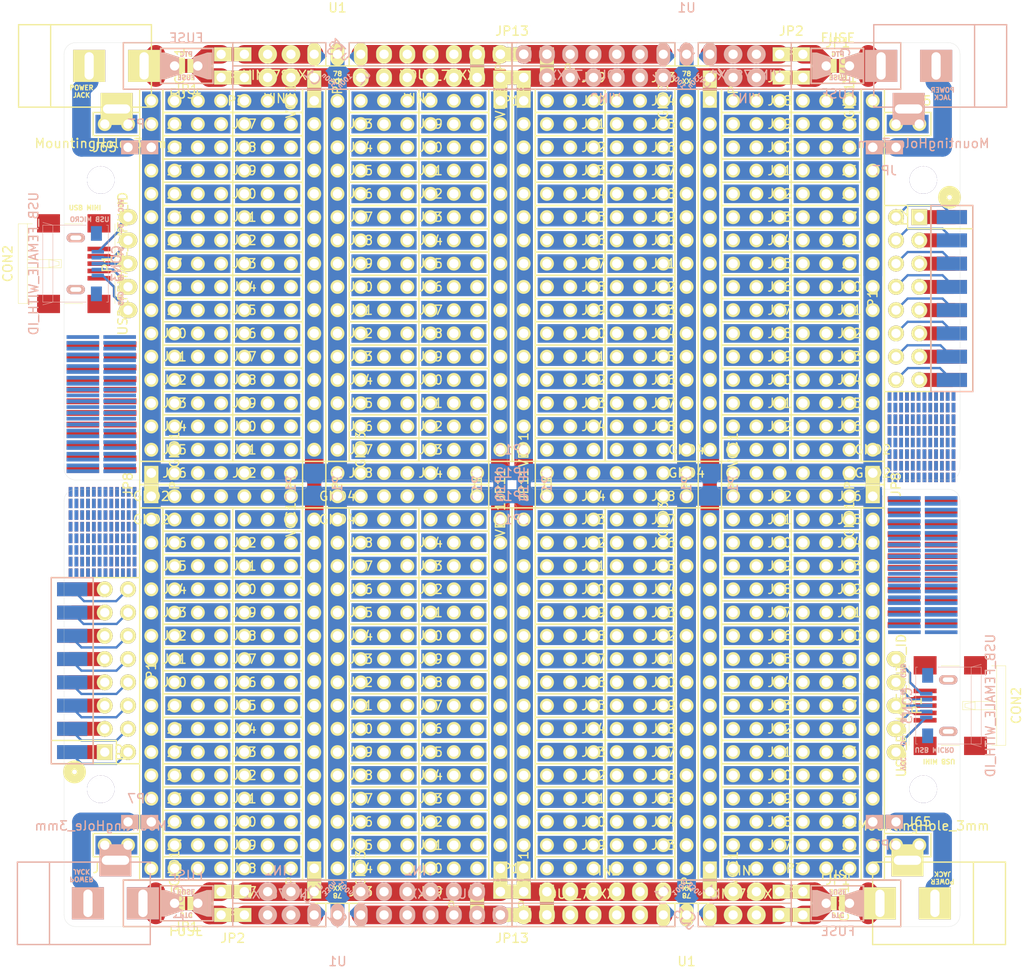
<source format=kicad_pcb>
(kicad_pcb (version 20221018) (generator pcbnew)
  (layers (0 "F.Cu" signal) (31 "B.Cu" signal) (34 "B.Paste" user) (35 "F.Paste" user) (36 "B.SilkS" user "B.Silkscreen") (37 "F.SilkS" user "F.Silkscreen") (38 "B.Mask" user) (39 "F.Mask" user) (44 "Edge.Cuts" user))
  (net 0 "")
  (net 1 "Net-(C1-Pad1)")
  (net 2 "Net-(C1-Pad2)")
  (net 3 "Net-(C2-Pad1)")
  (net 4 "Net-(CON1-Pad1)")
  (net 5 "Net-(CON1-Pad2)")
  (net 6 "Net-(CON1-Pad3)")
  (net 7 "Net-(CON2-Pad1)")
  (net 8 "Net-(CON2-Pad2)")
  (net 9 "Net-(CON2-Pad3)")
  (net 10 "Net-(CON2-Pad4)")
  (net 11 "Net-(CON2-Pad5)")
  (net 12 "Net-(CON2-Pad6)")
  (net 13 "Net-(CON3-Pad6)")
  (net 14 "Net-(J1-Pad1)")
  (net 15 "Net-(J2-Pad1)")
  (net 16 "Net-(J3-Pad1)")
  (net 17 "Net-(J4-Pad1)")
  (net 18 "Net-(J5-Pad1)")
  (net 19 "Net-(J6-Pad1)")
  (net 20 "Net-(J7-Pad1)")
  (net 21 "Net-(J8-Pad1)")
  (net 22 "Net-(J9-Pad1)")
  (net 23 "Net-(J10-Pad1)")
  (net 24 "Net-(J11-Pad1)")
  (net 25 "Net-(J12-Pad1)")
  (net 26 "Net-(J13-Pad1)")
  (net 27 "Net-(J14-Pad1)")
  (net 28 "Net-(J15-Pad1)")
  (net 29 "Net-(J16-Pad1)")
  (net 30 "Net-(J17-Pad1)")
  (net 31 "Net-(J18-Pad1)")
  (net 32 "Net-(J19-Pad1)")
  (net 33 "Net-(J20-Pad1)")
  (net 34 "Net-(J21-Pad1)")
  (net 35 "Net-(J22-Pad1)")
  (net 36 "Net-(J23-Pad1)")
  (net 37 "Net-(J24-Pad1)")
  (net 38 "Net-(J25-Pad1)")
  (net 39 "Net-(J26-Pad1)")
  (net 40 "Net-(J27-Pad1)")
  (net 41 "Net-(J28-Pad1)")
  (net 42 "Net-(J29-Pad1)")
  (net 43 "Net-(J30-Pad1)")
  (net 44 "Net-(J31-Pad1)")
  (net 45 "Net-(J32-Pad1)")
  (net 46 "Net-(J33-Pad1)")
  (net 47 "Net-(J34-Pad1)")
  (net 48 "Net-(J35-Pad1)")
  (net 49 "Net-(J36-Pad1)")
  (net 50 "Net-(J37-Pad1)")
  (net 51 "Net-(J38-Pad1)")
  (net 52 "Net-(J39-Pad1)")
  (net 53 "Net-(J40-Pad1)")
  (net 54 "Net-(J41-Pad1)")
  (net 55 "Net-(J42-Pad1)")
  (net 56 "Net-(J43-Pad1)")
  (net 57 "Net-(J44-Pad1)")
  (net 58 "Net-(J45-Pad1)")
  (net 59 "Net-(J46-Pad1)")
  (net 60 "Net-(J47-Pad1)")
  (net 61 "Net-(J48-Pad1)")
  (net 62 "Net-(J49-Pad1)")
  (net 63 "Net-(J50-Pad1)")
  (net 64 "Net-(J51-Pad1)")
  (net 65 "Net-(J52-Pad1)")
  (net 66 "Net-(J53-Pad1)")
  (net 67 "Net-(J54-Pad1)")
  (net 68 "Net-(J55-Pad1)")
  (net 69 "Net-(J56-Pad1)")
  (net 70 "Net-(J57-Pad1)")
  (net 71 "Net-(J58-Pad1)")
  (net 72 "Net-(J59-Pad1)")
  (net 73 "Net-(J60-Pad1)")
  (net 74 "Net-(J61-Pad1)")
  (net 75 "Net-(J62-Pad1)")
  (net 76 "Net-(J63-Pad1)")
  (net 77 "Net-(J64-Pad1)")
  (net 78 "Net-(JP4-Pad1)")
  (net 79 "Net-(F1-Pad2)")
  (net 80 "Net-(JP14-Pad1)")
  (net 81 "Net-(JP11-Pad1)")
  (net 82 "Net-(JP8-Pad2)")
  (net 83 "Net-(JP9-Pad2)")
  (net 84 "Net-(JP10-Pad2)")
  (net 85 "Net-(JP11-Pad2)")
  (net 86 "Net-(JP12-Pad2)")
  (net 87 "Net-(JP13-Pad2)")
  (net 88 "Net-(JP14-Pad2)")
  (net 89 "Net-(JP15-Pad2)")
  (net 90 "Net-(P1-Pad1)")
  (net 91 "Net-(P1-Pad2)")
  (net 92 "Net-(P1-Pad3)")
  (net 93 "Net-(P1-Pad4)")
  (net 94 "Net-(P1-Pad5)")
  (net 95 "Net-(P1-Pad6)")
  (net 96 "Net-(P1-Pad7)")
  (net 97 "Net-(P1-Pad8)")
  (net 98 "Net-(P1-Pad9)")
  (net 99 "Net-(P1-Pad10)")
  (net 100 "Net-(P1-Pad11)")
  (net 101 "Net-(P1-Pad12)")
  (net 102 "Net-(P1-Pad13)")
  (net 103 "Net-(P1-Pad14)")
  (net 104 "Net-(P1-Pad15)")
  (net 105 "Net-(P1-Pad16)")
  (footprint "Socket_Strips:Socket_Strip_Straight_1x02" (layer "F.Cu") (at 48.26 26.67 180)
    (fp_text reference "VIN1")
    (fp_text value "CONN_2" hide)
  )
  (footprint "Socket_Strips:Socket_Strip_Straight_1x02" (layer "F.Cu") (at 48.26 24.13 180)
    (fp_text reference "VIN_78XX1")
    (fp_text value "CONN_2" hide)
  )
  (footprint "SMD:SMD_127_357_4X2" (layer "F.Cu") (at 28.8544 67.6148)
    (fp_text reference "Ref**" hide)
    (fp_text value "Val**" hide)
  )
  (footprint "SMD:SMD_127_357_4X2" (layer "F.Cu") (at 28.8544 62.6618)
    (fp_text reference "Ref**" hide)
    (fp_text value "Val**" hide)
  )
  (footprint "SMD:SMD_127_357_4X2" (layer "F.Cu") (at 28.8544 57.7088)
    (fp_text reference "Ref**" hide)
    (fp_text value "Val**" hide)
  )
  (footprint "Mounting_Holes:MountingHole_3mm" (layer "F.Cu") (at 28.77 37.86)
    (fp_text reference "MountingHole_3mm")
    (fp_text value "VAL**" hide)
  )
  (footprint "Socket_Strips:Socket_Strip_Straight_1x05" (layer "F.Cu") (at 31.75 46.99 90)
    (fp_text reference "P1")
    (fp_text value "CONN_5" hide)
  )
  (footprint "2.54mm_Pin_Headers:Solder_Jumper_1x2_Shorted_T" (layer "F.Cu") (at 52.07 27.94 90)
    (fp_text reference "JP4")
    (fp_text value "JUMPER" hide)
  )
  (footprint "2.54mm_Pin_Headers:Solder_Jumper_1x2" (layer "F.Cu") (at 34.29 71.12 -90)
    (fp_text reference "JP8")
    (fp_text value "JUMPER" hide)
  )
  (footprint "2.54mm_Pin_Headers:Solder_Jumper_1x2" (layer "F.Cu") (at 34.29 71.12 90)
    (fp_text reference "JP8")
    (fp_text value "JUMPER" hide)
  )
  (footprint "2.54mm_Pin_Headers:Interconnect_1x07" (layer "F.Cu") (at 34.29 72.39)
    (fp_text reference "GND2")
    (fp_text value "INTERCONNECT_1X07" hide)
  )
  (footprint "2.54mm_Pin_Headers:Solder_Jumper_1x2_Shorted_T" (layer "F.Cu") (at 73.66 115.57)
    (fp_text reference "JP14")
    (fp_text value "JUMPER" hide)
  )
  (footprint "2.54mm_Pin_Headers:Solder_Jumper_1x2_Shorted_T" (layer "F.Cu") (at 73.66 118.11)
    (fp_text reference "JP13")
    (fp_text value "JUMPER" hide)
  )
  (footprint "2.54mm_Pin_Headers:Interconnect_1x07" (layer "F.Cu") (at 54.61 72.39)
    (fp_text reference "GND4")
    (fp_text value "INTERCONNECT_1X07" hide)
  )
  (footprint "2.54mm_Pin_Headers:Interconnect_1x16" (layer "F.Cu") (at 54.61 113.03 90)
    (fp_text reference "GND3")
    (fp_text value "INTERCONNECT_1X16" hide)
  )
  (footprint "2.54mm_Pin_Headers:Interconnect_1x16" (layer "F.Cu") (at 72.39 113.03 90)
    (fp_text reference "VDD1")
    (fp_text value "INTERCONNECT_1X16" hide)
  )
  (footprint "2.54mm_Pin_Headers:Interconnect_1x16" (layer "F.Cu") (at 52.07 74.93 -90)
    (fp_text reference "VCC1")
    (fp_text value "INTERCONNECT_1X16" hide)
  )
  (footprint "2.54mm_Pin_Headers:Solder_Jumper_1x2_Shorted_T" (layer "F.Cu") (at 69.85 116.84 -90)
    (fp_text reference "JP6")
    (fp_text value "JUMPER" hide)
  )
  (footprint "2.54mm_Pin_Headers:Solder_Jumper_1x2_Shorted_T" (layer "F.Cu") (at 72.39 114.3 90)
    (fp_text reference "JP5")
    (fp_text value "JUMPER" hide)
  )
  (footprint "2.54mm_Pin_Headers:Solder_Jumper_1x2_Shorted_T" (layer "F.Cu") (at 52.07 114.3 -90)
    (fp_text reference "JP4")
    (fp_text value "JUMPER" hide)
  )
  (footprint "2.54mm_Pin_Headers:Solder_Jumper_1x2_Shorted_T" (layer "F.Cu") (at 43.18 115.57)
    (fp_text reference "JP3")
    (fp_text value "JUMPER" hide)
  )
  (footprint "2.54mm_Pin_Headers:Solder_Jumper_1x2_Shorted_T" (layer "F.Cu") (at 43.18 118.11)
    (fp_text reference "JP2")
    (fp_text value "JUMPER" hide)
  )
  (footprint "2.54mm_Pin_Headers:Solder_Jumper_1x2_Shorted_T" (layer "F.Cu") (at 38.1 116.84)
    (fp_text reference "JP1")
    (fp_text value "JUMPER" hide)
  )
  (footprint "2.54mm_Pin_Headers:Interconnect_1x02" (layer "F.Cu") (at 29.21 110.49)
    (fp_text reference "J65")
    (fp_text value "INTERCONNECT_1X02" hide)
  )
  (footprint "2.54mm_Pin_Headers:Interconnect_1x03" (layer "F.Cu") (at 64.77 74.93)
    (fp_text reference "J64")
    (fp_text value "INTERCONNECT_1X03" hide)
  )
  (footprint "2.54mm_Pin_Headers:Interconnect_1x03" (layer "F.Cu") (at 64.77 77.47)
    (fp_text reference "J63")
    (fp_text value "INTERCONNECT_1X03" hide)
  )
  (footprint "2.54mm_Pin_Headers:Interconnect_1x03" (layer "F.Cu") (at 64.77 80.01)
    (fp_text reference "J62")
    (fp_text value "INTERCONNECT_1X03" hide)
  )
  (footprint "2.54mm_Pin_Headers:Interconnect_1x03" (layer "F.Cu") (at 64.77 82.55)
    (fp_text reference "J61")
    (fp_text value "INTERCONNECT_1X03" hide)
  )
  (footprint "2.54mm_Pin_Headers:Interconnect_1x03" (layer "F.Cu") (at 64.77 85.09)
    (fp_text reference "J60")
    (fp_text value "INTERCONNECT_1X03" hide)
  )
  (footprint "2.54mm_Pin_Headers:Interconnect_1x03" (layer "F.Cu") (at 64.77 87.63)
    (fp_text reference "J59")
    (fp_text value "INTERCONNECT_1X03" hide)
  )
  (footprint "2.54mm_Pin_Headers:Interconnect_1x03" (layer "F.Cu") (at 64.77 90.17)
    (fp_text reference "J58")
    (fp_text value "INTERCONNECT_1X03" hide)
  )
  (footprint "2.54mm_Pin_Headers:Interconnect_1x03" (layer "F.Cu") (at 64.77 92.71)
    (fp_text reference "J57")
    (fp_text value "INTERCONNECT_1X03" hide)
  )
  (footprint "2.54mm_Pin_Headers:Interconnect_1x03" (layer "F.Cu") (at 64.77 95.25)
    (fp_text reference "J56")
    (fp_text value "INTERCONNECT_1X03" hide)
  )
  (footprint "2.54mm_Pin_Headers:Interconnect_1x03" (layer "F.Cu") (at 64.77 97.79)
    (fp_text reference "J55")
    (fp_text value "INTERCONNECT_1X03" hide)
  )
  (footprint "2.54mm_Pin_Headers:Interconnect_1x03" (layer "F.Cu") (at 64.77 100.33)
    (fp_text reference "J54")
    (fp_text value "INTERCONNECT_1X03" hide)
  )
  (footprint "2.54mm_Pin_Headers:Interconnect_1x03" (layer "F.Cu") (at 64.77 102.87)
    (fp_text reference "J53")
    (fp_text value "INTERCONNECT_1X03" hide)
  )
  (footprint "2.54mm_Pin_Headers:Interconnect_1x03" (layer "F.Cu") (at 64.77 105.41)
    (fp_text reference "J52")
    (fp_text value "INTERCONNECT_1X03" hide)
  )
  (footprint "2.54mm_Pin_Headers:Interconnect_1x03" (layer "F.Cu") (at 64.77 107.95)
    (fp_text reference "J51")
    (fp_text value "INTERCONNECT_1X03" hide)
  )
  (footprint "2.54mm_Pin_Headers:Interconnect_1x03" (layer "F.Cu") (at 64.77 110.49)
    (fp_text reference "J50")
    (fp_text value "INTERCONNECT_1X03" hide)
  )
  (footprint "2.54mm_Pin_Headers:Interconnect_1x03" (layer "F.Cu") (at 64.77 113.03)
    (fp_text reference "J49")
    (fp_text value "INTERCONNECT_1X03" hide)
  )
  (footprint "2.54mm_Pin_Headers:Interconnect_1x03" (layer "F.Cu") (at 57.15 74.93)
    (fp_text reference "J48")
    (fp_text value "INTERCONNECT_1X03" hide)
  )
  (footprint "2.54mm_Pin_Headers:Interconnect_1x03" (layer "F.Cu") (at 57.15 77.47)
    (fp_text reference "J47")
    (fp_text value "INTERCONNECT_1X03" hide)
  )
  (footprint "2.54mm_Pin_Headers:Interconnect_1x03" (layer "F.Cu") (at 57.15 80.01)
    (fp_text reference "J46")
    (fp_text value "INTERCONNECT_1X03" hide)
  )
  (footprint "2.54mm_Pin_Headers:Interconnect_1x03" (layer "F.Cu") (at 57.15 82.55)
    (fp_text reference "J45")
    (fp_text value "INTERCONNECT_1X03" hide)
  )
  (footprint "2.54mm_Pin_Headers:Interconnect_1x03" (layer "F.Cu") (at 57.15 85.09)
    (fp_text reference "J44")
    (fp_text value "INTERCONNECT_1X03" hide)
  )
  (footprint "2.54mm_Pin_Headers:Interconnect_1x03" (layer "F.Cu") (at 57.15 87.63)
    (fp_text reference "J43")
    (fp_text value "INTERCONNECT_1X03" hide)
  )
  (footprint "2.54mm_Pin_Headers:Interconnect_1x03" (layer "F.Cu") (at 57.15 90.17)
    (fp_text reference "J42")
    (fp_text value "INTERCONNECT_1X03" hide)
  )
  (footprint "2.54mm_Pin_Headers:Interconnect_1x03" (layer "F.Cu") (at 57.15 92.71)
    (fp_text reference "J41")
    (fp_text value "INTERCONNECT_1X03" hide)
  )
  (footprint "2.54mm_Pin_Headers:Interconnect_1x03" (layer "F.Cu") (at 57.15 95.25)
    (fp_text reference "J40")
    (fp_text value "INTERCONNECT_1X03" hide)
  )
  (footprint "2.54mm_Pin_Headers:Interconnect_1x03" (layer "F.Cu") (at 57.15 97.79)
    (fp_text reference "J39")
    (fp_text value "INTERCONNECT_1X03" hide)
  )
  (footprint "2.54mm_Pin_Headers:Interconnect_1x03" (layer "F.Cu") (at 57.15 100.33)
    (fp_text reference "J38")
    (fp_text value "INTERCONNECT_1X03" hide)
  )
  (footprint "2.54mm_Pin_Headers:Interconnect_1x03" (layer "F.Cu") (at 57.15 102.87)
    (fp_text reference "J37")
    (fp_text value "INTERCONNECT_1X03" hide)
  )
  (footprint "2.54mm_Pin_Headers:Interconnect_1x03" (layer "F.Cu") (at 57.15 105.41)
    (fp_text reference "J36")
    (fp_text value "INTERCONNECT_1X03" hide)
  )
  (footprint "2.54mm_Pin_Headers:Interconnect_1x03" (layer "F.Cu") (at 57.15 107.95)
    (fp_text reference "J35")
    (fp_text value "INTERCONNECT_1X03" hide)
  )
  (footprint "2.54mm_Pin_Headers:Interconnect_1x03" (layer "F.Cu") (at 57.15 110.49)
    (fp_text reference "J34")
    (fp_text value "INTERCONNECT_1X03" hide)
  )
  (footprint "2.54mm_Pin_Headers:Interconnect_1x03" (layer "F.Cu") (at 57.15 113.03)
    (fp_text reference "J33")
    (fp_text value "INTERCONNECT_1X03" hide)
  )
  (footprint "2.54mm_Pin_Headers:Interconnect_1x03" (layer "F.Cu") (at 44.45 74.93)
    (fp_text reference "J32")
    (fp_text value "INTERCONNECT_1X03" hide)
  )
  (footprint "2.54mm_Pin_Headers:Interconnect_1x03" (layer "F.Cu") (at 44.45 77.47)
    (fp_text reference "J31")
    (fp_text value "INTERCONNECT_1X03" hide)
  )
  (footprint "2.54mm_Pin_Headers:Interconnect_1x03" (layer "F.Cu") (at 44.45 80.01)
    (fp_text reference "J30")
    (fp_text value "INTERCONNECT_1X03" hide)
  )
  (footprint "2.54mm_Pin_Headers:Interconnect_1x03" (layer "F.Cu") (at 44.45 82.55)
    (fp_text reference "J29")
    (fp_text value "INTERCONNECT_1X03" hide)
  )
  (footprint "2.54mm_Pin_Headers:Interconnect_1x03" (layer "F.Cu") (at 44.45 85.09)
    (fp_text reference "J28")
    (fp_text value "INTERCONNECT_1X03" hide)
  )
  (footprint "2.54mm_Pin_Headers:Interconnect_1x03" (layer "F.Cu") (at 44.45 87.63)
    (fp_text reference "J27")
    (fp_text value "INTERCONNECT_1X03" hide)
  )
  (footprint "2.54mm_Pin_Headers:Interconnect_1x03" (layer "F.Cu") (at 44.45 90.17)
    (fp_text reference "J26")
    (fp_text value "INTERCONNECT_1X03" hide)
  )
  (footprint "2.54mm_Pin_Headers:Interconnect_1x03" (layer "F.Cu") (at 44.45 92.71)
    (fp_text reference "J25")
    (fp_text value "INTERCONNECT_1X03" hide)
  )
  (footprint "2.54mm_Pin_Headers:Interconnect_1x03" (layer "F.Cu") (at 44.45 95.25)
    (fp_text reference "J24")
    (fp_text value "INTERCONNECT_1X03" hide)
  )
  (footprint "2.54mm_Pin_Headers:Interconnect_1x03" (layer "F.Cu") (at 44.45 97.79)
    (fp_text reference "J23")
    (fp_text value "INTERCONNECT_1X03" hide)
  )
  (footprint "2.54mm_Pin_Headers:Interconnect_1x03" (layer "F.Cu") (at 44.45 100.33)
    (fp_text reference "J22")
    (fp_text value "INTERCONNECT_1X03" hide)
  )
  (footprint "2.54mm_Pin_Headers:Interconnect_1x03" (layer "F.Cu") (at 44.45 102.87)
    (fp_text reference "J21")
    (fp_text value "INTERCONNECT_1X03" hide)
  )
  (footprint "2.54mm_Pin_Headers:Interconnect_1x03" (layer "F.Cu") (at 44.45 105.41)
    (fp_text reference "J20")
    (fp_text value "INTERCONNECT_1X03" hide)
  )
  (footprint "2.54mm_Pin_Headers:Interconnect_1x03" (layer "F.Cu") (at 44.45 107.95)
    (fp_text reference "J19")
    (fp_text value "INTERCONNECT_1X03" hide)
  )
  (footprint "2.54mm_Pin_Headers:Interconnect_1x03" (layer "F.Cu") (at 44.45 110.49)
    (fp_text reference "J18")
    (fp_text value "INTERCONNECT_1X03" hide)
  )
  (footprint "2.54mm_Pin_Headers:Interconnect_1x03" (layer "F.Cu") (at 44.45 113.03)
    (fp_text reference "J17")
    (fp_text value "INTERCONNECT_1X03" hide)
  )
  (footprint "2.54mm_Pin_Headers:Interconnect_1x03" (layer "F.Cu") (at 36.83 74.93)
    (fp_text reference "J16")
    (fp_text value "INTERCONNECT_1X03" hide)
  )
  (footprint "2.54mm_Pin_Headers:Interconnect_1x03" (layer "F.Cu") (at 36.83 77.47)
    (fp_text reference "J15")
    (fp_text value "INTERCONNECT_1X03" hide)
  )
  (footprint "2.54mm_Pin_Headers:Interconnect_1x03" (layer "F.Cu") (at 36.83 80.01)
    (fp_text reference "J14")
    (fp_text value "INTERCONNECT_1X03" hide)
  )
  (footprint "2.54mm_Pin_Headers:Interconnect_1x03" (layer "F.Cu") (at 36.83 82.55)
    (fp_text reference "J13")
    (fp_text value "INTERCONNECT_1X03" hide)
  )
  (footprint "2.54mm_Pin_Headers:Interconnect_1x03" (layer "F.Cu") (at 36.83 85.09)
    (fp_text reference "J12")
    (fp_text value "INTERCONNECT_1X03" hide)
  )
  (footprint "2.54mm_Pin_Headers:Interconnect_1x03" (layer "F.Cu") (at 36.83 87.63)
    (fp_text reference "J11")
    (fp_text value "INTERCONNECT_1X03" hide)
  )
  (footprint "2.54mm_Pin_Headers:Interconnect_1x03" (layer "F.Cu") (at 36.83 90.17)
    (fp_text reference "J10")
    (fp_text value "INTERCONNECT_1X03" hide)
  )
  (footprint "2.54mm_Pin_Headers:Interconnect_1x03" (layer "F.Cu") (at 36.83 92.71)
    (fp_text reference "J9")
    (fp_text value "INTERCONNECT_1X03" hide)
  )
  (footprint "2.54mm_Pin_Headers:Interconnect_1x03" (layer "F.Cu") (at 36.83 95.25)
    (fp_text reference "J8")
    (fp_text value "INTERCONNECT_1X03" hide)
  )
  (footprint "2.54mm_Pin_Headers:Interconnect_1x03" (layer "F.Cu") (at 36.83 97.79)
    (fp_text reference "J7")
    (fp_text value "INTERCONNECT_1X03" hide)
  )
  (footprint "2.54mm_Pin_Headers:Interconnect_1x03" (layer "F.Cu") (at 36.83 100.33)
    (fp_text reference "J6")
    (fp_text value "INTERCONNECT_1X03" hide)
  )
  (footprint "2.54mm_Pin_Headers:Interconnect_1x03" (layer "F.Cu") (at 36.83 102.87)
    (fp_text reference "J5")
    (fp_text value "INTERCONNECT_1X03" hide)
  )
  (footprint "2.54mm_Pin_Headers:Interconnect_1x03" (layer "F.Cu") (at 36.83 105.41)
    (fp_text reference "J4")
    (fp_text value "INTERCONNECT_1X03" hide)
  )
  (footprint "2.54mm_Pin_Headers:Interconnect_1x03" (layer "F.Cu") (at 36.83 107.95)
    (fp_text reference "J3")
    (fp_text value "INTERCONNECT_1X03" hide)
  )
  (footprint "2.54mm_Pin_Headers:Interconnect_1x03" (layer "F.Cu") (at 36.83 110.49)
    (fp_text reference "J2")
    (fp_text value "INTERCONNECT_1X03" hide)
  )
  (footprint "2.54mm_Pin_Headers:Interconnect_1x03" (layer "F.Cu") (at 36.83 113.03)
    (fp_text reference "J1")
    (fp_text value "INTERCONNECT_1X03" hide)
  )
  (footprint "2.54mm_Pin_Headers:Interconnect_1x16" (layer "F.Cu") (at 34.29 113.03 90)
    (fp_text reference "GND1")
    (fp_text value "INTERCONNECT_1X16" hide)
  )
  (footprint "Muonde:CC12ZZ" (layer "F.Cu") (at 38.1 116.84)
    (fp_text reference "F2" hide)
    (fp_text value "FUSE")
  )
  (footprint "SMD:SMD_127_065_grid_4X12" (layer "F.Cu") (at 28.2956 78.8924)
    (fp_text reference "Ref**" hide)
    (fp_text value "Val**" hide)
  )
  (footprint "SMD:SMD_127_065_grid_4X12" (layer "F.Cu") (at 28.2956 73.8124)
    (fp_text reference "Ref**" hide)
    (fp_text value "Val**" hide)
  )
  (footprint "Connect:BARREL_JACK" (layer "F.Cu") (at 27.305 25.4)
    (fp_text reference "CON1")
    (fp_text value "BARREL_JACK" hide)
  )
  (footprint "2.54mm_Pin_Headers:Interconnect_1x16" (layer "F.Cu") (at 34.29 67.31 90)
    (fp_text reference "GND1")
    (fp_text value "INTERCONNECT_1X16" hide)
  )
  (footprint "2.54mm_Pin_Headers:Interconnect_1x03" (layer "F.Cu") (at 36.83 31.75)
    (fp_text reference "J2")
    (fp_text value "INTERCONNECT_1X03" hide)
  )
  (footprint "2.54mm_Pin_Headers:Interconnect_1x03" (layer "F.Cu") (at 36.83 34.29)
    (fp_text reference "J3")
    (fp_text value "INTERCONNECT_1X03" hide)
  )
  (footprint "2.54mm_Pin_Headers:Interconnect_1x03" (layer "F.Cu") (at 36.83 36.83)
    (fp_text reference "J4")
    (fp_text value "INTERCONNECT_1X03" hide)
  )
  (footprint "2.54mm_Pin_Headers:Interconnect_1x03" (layer "F.Cu") (at 36.83 39.37)
    (fp_text reference "J5")
    (fp_text value "INTERCONNECT_1X03" hide)
  )
  (footprint "2.54mm_Pin_Headers:Interconnect_1x03" (layer "F.Cu") (at 36.83 41.91)
    (fp_text reference "J6")
    (fp_text value "INTERCONNECT_1X03" hide)
  )
  (footprint "2.54mm_Pin_Headers:Interconnect_1x03" (layer "F.Cu") (at 36.83 44.45)
    (fp_text reference "J7")
    (fp_text value "INTERCONNECT_1X03" hide)
  )
  (footprint "2.54mm_Pin_Headers:Interconnect_1x03" (layer "F.Cu") (at 36.83 46.99)
    (fp_text reference "J8")
    (fp_text value "INTERCONNECT_1X03" hide)
  )
  (footprint "2.54mm_Pin_Headers:Interconnect_1x03" (layer "F.Cu") (at 36.83 49.53)
    (fp_text reference "J9")
    (fp_text value "INTERCONNECT_1X03" hide)
  )
  (footprint "2.54mm_Pin_Headers:Interconnect_1x03" (layer "F.Cu") (at 36.83 52.07)
    (fp_text reference "J10")
    (fp_text value "INTERCONNECT_1X03" hide)
  )
  (footprint "2.54mm_Pin_Headers:Interconnect_1x03" (layer "F.Cu") (at 36.83 54.61)
    (fp_text reference "J11")
    (fp_text value "INTERCONNECT_1X03" hide)
  )
  (footprint "2.54mm_Pin_Headers:Interconnect_1x03" (layer "F.Cu") (at 36.83 57.15)
    (fp_text reference "J12")
    (fp_text value "INTERCONNECT_1X03" hide)
  )
  (footprint "2.54mm_Pin_Headers:Interconnect_1x03" (layer "F.Cu") (at 36.83 59.69)
    (fp_text reference "J13")
    (fp_text value "INTERCONNECT_1X03" hide)
  )
  (footprint "2.54mm_Pin_Headers:Interconnect_1x03" (layer "F.Cu") (at 36.83 62.23)
    (fp_text reference "J14")
    (fp_text value "INTERCONNECT_1X03" hide)
  )
  (footprint "2.54mm_Pin_Headers:Interconnect_1x03" (layer "F.Cu") (at 36.83 64.77)
    (fp_text reference "J15")
    (fp_text value "INTERCONNECT_1X03" hide)
  )
  (footprint "2.54mm_Pin_Headers:Interconnect_1x03" (layer "F.Cu") (at 36.83 67.31)
    (fp_text reference "J16")
    (fp_text value "INTERCONNECT_1X03" hide)
  )
  (footprint "2.54mm_Pin_Headers:Interconnect_1x03" (layer "F.Cu") (at 44.45 29.21)
    (fp_text reference "J17")
    (fp_text value "INTERCONNECT_1X03" hide)
  )
  (footprint "2.54mm_Pin_Headers:Interconnect_1x03" (layer "F.Cu") (at 44.45 31.75)
    (fp_text reference "J18")
    (fp_text value "INTERCONNECT_1X03" hide)
  )
  (footprint "2.54mm_Pin_Headers:Interconnect_1x03" (layer "F.Cu") (at 44.45 34.29)
    (fp_text reference "J19")
    (fp_text value "INTERCONNECT_1X03" hide)
  )
  (footprint "2.54mm_Pin_Headers:Interconnect_1x03" (layer "F.Cu") (at 44.45 36.83)
    (fp_text reference "J20")
    (fp_text value "INTERCONNECT_1X03" hide)
  )
  (footprint "2.54mm_Pin_Headers:Interconnect_1x03" (layer "F.Cu") (at 44.45 41.91)
    (fp_text reference "J22")
    (fp_text value "INTERCONNECT_1X03" hide)
  )
  (footprint "2.54mm_Pin_Headers:Interconnect_1x03" (layer "F.Cu") (at 44.45 44.45)
    (fp_text reference "J23")
    (fp_text value "INTERCONNECT_1X03" hide)
  )
  (footprint "2.54mm_Pin_Headers:Interconnect_1x03" (layer "F.Cu") (at 44.45 46.99)
    (fp_text reference "J24")
    (fp_text value "INTERCONNECT_1X03" hide)
  )
  (footprint "2.54mm_Pin_Headers:Interconnect_1x03" (layer "F.Cu") (at 44.45 49.53)
    (fp_text reference "J25")
    (fp_text value "INTERCONNECT_1X03" hide)
  )
  (footprint "2.54mm_Pin_Headers:Interconnect_1x03" (layer "F.Cu") (at 44.45 52.07)
    (fp_text reference "J26")
    (fp_text value "INTERCONNECT_1X03" hide)
  )
  (footprint "2.54mm_Pin_Headers:Interconnect_1x03" (layer "F.Cu") (at 44.45 54.61)
    (fp_text reference "J27")
    (fp_text value "INTERCONNECT_1X03" hide)
  )
  (footprint "2.54mm_Pin_Headers:Interconnect_1x03" (layer "F.Cu") (at 44.45 57.15)
    (fp_text reference "J28")
    (fp_text value "INTERCONNECT_1X03" hide)
  )
  (footprint "2.54mm_Pin_Headers:Interconnect_1x03" (layer "F.Cu") (at 44.45 59.69)
    (fp_text reference "J29")
    (fp_text value "INTERCONNECT_1X03" hide)
  )
  (footprint "2.54mm_Pin_Headers:Interconnect_1x03" (layer "F.Cu") (at 44.45 62.23)
    (fp_text reference "J30")
    (fp_text value "INTERCONNECT_1X03" hide)
  )
  (footprint "2.54mm_Pin_Headers:Interconnect_1x03" (layer "F.Cu") (at 44.45 64.77)
    (fp_text reference "J31")
    (fp_text value "INTERCONNECT_1X03" hide)
  )
  (footprint "2.54mm_Pin_Headers:Interconnect_1x03" (layer "F.Cu") (at 44.45 67.31)
    (fp_text reference "J32")
    (fp_text value "INTERCONNECT_1X03" hide)
  )
  (footprint "2.54mm_Pin_Headers:Interconnect_1x03" (layer "F.Cu") (at 57.15 29.21)
    (fp_text reference "J33")
    (fp_text value "INTERCONNECT_1X03" hide)
  )
  (footprint "2.54mm_Pin_Headers:Interconnect_1x03" (layer "F.Cu") (at 57.15 31.75)
    (fp_text reference "J34")
    (fp_text value "INTERCONNECT_1X03" hide)
  )
  (footprint "2.54mm_Pin_Headers:Interconnect_1x03" (layer "F.Cu") (at 57.15 34.29)
    (fp_text reference "J35")
    (fp_text value "INTERCONNECT_1X03" hide)
  )
  (footprint "2.54mm_Pin_Headers:Interconnect_1x03" (layer "F.Cu") (at 57.15 36.83)
    (fp_text reference "J36")
    (fp_text value "INTERCONNECT_1X03" hide)
  )
  (footprint "2.54mm_Pin_Headers:Interconnect_1x03" (layer "F.Cu") (at 57.15 39.37)
    (fp_text reference "J37")
    (fp_text value "INTERCONNECT_1X03" hide)
  )
  (footprint "2.54mm_Pin_Headers:Interconnect_1x03" (layer "F.Cu") (at 57.15 41.91)
    (fp_text reference "J38")
    (fp_text value "INTERCONNECT_1X03" hide)
  )
  (footprint "2.54mm_Pin_Headers:Interconnect_1x03" (layer "F.Cu") (at 57.15 44.45)
    (fp_text reference "J39")
    (fp_text value "INTERCONNECT_1X03" hide)
  )
  (footprint "2.54mm_Pin_Headers:Interconnect_1x03" (layer "F.Cu") (at 57.15 46.99)
    (fp_text reference "J40")
    (fp_text value "INTERCONNECT_1X03" hide)
  )
  (footprint "2.54mm_Pin_Headers:Interconnect_1x03" (layer "F.Cu") (at 57.15 49.53)
    (fp_text reference "J41")
    (fp_text value "INTERCONNECT_1X03" hide)
  )
  (footprint "2.54mm_Pin_Headers:Interconnect_1x03" (layer "F.Cu") (at 57.15 52.07)
    (fp_text reference "J42")
    (fp_text value "INTERCONNECT_1X03" hide)
  )
  (footprint "2.54mm_Pin_Headers:Interconnect_1x03" (layer "F.Cu") (at 57.15 54.61)
    (fp_text reference "J43")
    (fp_text value "INTERCONNECT_1X03" hide)
  )
  (footprint "2.54mm_Pin_Headers:Interconnect_1x03" (layer "F.Cu") (at 57.15 57.15)
    (fp_text reference "J44")
    (fp_text value "INTERCONNECT_1X03" hide)
  )
  (footprint "2.54mm_Pin_Headers:Interconnect_1x03" (layer "F.Cu") (at 57.15 59.69)
    (fp_text reference "J45")
    (fp_text value "INTERCONNECT_1X03" hide)
  )
  (footprint "2.54mm_Pin_Headers:Interconnect_1x03" (layer "F.Cu") (at 57.15 62.23)
    (fp_text reference "J46")
    (fp_text value "INTERCONNECT_1X03" hide)
  )
  (footprint "2.54mm_Pin_Headers:Interconnect_1x03" (layer "F.Cu") (at 57.15 64.77)
    (fp_text reference "J47")
    (fp_text value "INTERCONNECT_1X03" hide)
  )
  (footprint "2.54mm_Pin_Headers:Interconnect_1x03" (layer "F.Cu") (at 57.15 67.31)
    (fp_text reference "J48")
    (fp_text value "INTERCONNECT_1X03" hide)
  )
  (footprint "2.54mm_Pin_Headers:Interconnect_1x03" (layer "F.Cu") (at 64.77 29.21)
    (fp_text reference "J49")
    (fp_text value "INTERCONNECT_1X03" hide)
  )
  (footprint "2.54mm_Pin_Headers:Interconnect_1x03" (layer "F.Cu") (at 64.77 31.75)
    (fp_text reference "J50")
    (fp_text value "INTERCONNECT_1X03" hide)
  )
  (footprint "2.54mm_Pin_Headers:Interconnect_1x03" (layer "F.Cu") (at 64.77 34.29)
    (fp_text reference "J51")
    (fp_text value "INTERCONNECT_1X03" hide)
  )
  (footprint "2.54mm_Pin_Headers:Interconnect_1x03" (layer "F.Cu") (at 64.77 36.83)
    (fp_text reference "J52")
    (fp_text value "INTERCONNECT_1X03" hide)
  )
  (footprint "2.54mm_Pin_Headers:Interconnect_1x03" (layer "F.Cu") (at 64.77 39.37)
    (fp_text reference "J53")
    (fp_text value "INTERCONNECT_1X03" hide)
  )
  (footprint "2.54mm_Pin_Headers:Interconnect_1x03" (layer "F.Cu") (at 64.77 41.91)
    (fp_text reference "J54")
    (fp_text value "INTERCONNECT_1X03" hide)
  )
  (footprint "2.54mm_Pin_Headers:Interconnect_1x03" (layer "F.Cu") (at 64.77 44.45)
    (fp_text reference "J55")
    (fp_text value "INTERCONNECT_1X03" hide)
  )
  (footprint "2.54mm_Pin_Headers:Interconnect_1x03" (layer "F.Cu") (at 64.77 46.99)
    (fp_text reference "J56")
    (fp_text value "INTERCONNECT_1X03" hide)
  )
  (footprint "2.54mm_Pin_Headers:Interconnect_1x03" (layer "F.Cu") (at 64.77 49.53)
    (fp_text reference "J57")
    (fp_text value "INTERCONNECT_1X03" hide)
  )
  (footprint "2.54mm_Pin_Headers:Interconnect_1x03" (layer "F.Cu") (at 64.77 52.07)
    (fp_text reference "J58")
    (fp_text value "INTERCONNECT_1X03" hide)
  )
  (footprint "2.54mm_Pin_Headers:Interconnect_1x03" (layer "F.Cu") (at 64.77 54.61)
    (fp_text reference "J59")
    (fp_text value "INTERCONNECT_1X03" hide)
  )
  (footprint "2.54mm_Pin_Headers:Interconnect_1x03" (layer "F.Cu") (at 64.77 57.15)
    (fp_text reference "J60")
    (fp_text value "INTERCONNECT_1X03" hide)
  )
  (footprint "2.54mm_Pin_Headers:Interconnect_1x03" (layer "F.Cu") (at 64.77 59.69)
    (fp_text reference "J61")
    (fp_text value "INTERCONNECT_1X03" hide)
  )
  (footprint "2.54mm_Pin_Headers:Interconnect_1x03" (layer "F.Cu") (at 64.77 62.23)
    (fp_text reference "J62")
    (fp_text value "INTERCONNECT_1X03" hide)
  )
  (footprint "2.54mm_Pin_Headers:Interconnect_1x03" (layer "F.Cu") (at 64.77 64.77)
    (fp_text reference "J63")
    (fp_text value "INTERCONNECT_1X03" hide)
  )
  (footprint "2.54mm_Pin_Headers:Interconnect_1x03" (layer "F.Cu") (at 64.77 67.31)
    (fp_text reference "J64")
    (fp_text value "INTERCONNECT_1X03" hide)
  )
  (footprint "2.54mm_Pin_Headers:Interconnect_1x02" (layer "F.Cu") (at 29.21 31.75)
    (fp_text reference "J65")
    (fp_text value "INTERCONNECT_1X02" hide)
  )
  (footprint "2.54mm_Pin_Headers:Solder_Jumper_1x2_Shorted_T" (layer "F.Cu") (at 38.1 25.4)
    (fp_text reference "JP1")
    (fp_text value "JUMPER" hide)
  )
  (footprint "2.54mm_Pin_Headers:Solder_Jumper_1x2_Shorted_T" (layer "F.Cu") (at 43.18 24.13)
    (fp_text reference "JP2")
    (fp_text value "JUMPER" hide)
  )
  (footprint "2.54mm_Pin_Headers:Solder_Jumper_1x2_Shorted_T" (layer "F.Cu") (at 43.18 26.67)
    (fp_text reference "JP3")
    (fp_text value "JUMPER" hide)
  )
  (footprint "2.54mm_Pin_Headers:Solder_Jumper_1x2_Shorted_T" (layer "F.Cu") (at 72.39 27.94 90)
    (fp_text reference "JP5")
    (fp_text value "JUMPER" hide)
  )
  (footprint "2.54mm_Pin_Headers:Solder_Jumper_1x2_Shorted_T" (layer "F.Cu") (at 69.85 25.4 90)
    (fp_text reference "JP6")
    (fp_text value "JUMPER" hide)
  )
  (footprint "2.54mm_Pin_Headers:Interconnect_1x16" (layer "F.Cu") (at 52.07 29.21 -90)
    (fp_text reference "VCC1")
    (fp_text value "INTERCONNECT_1X16" hide)
  )
  (footprint "2.54mm_Pin_Headers:Interconnect_1x16" (layer "F.Cu") (at 72.39 67.31 90)
    (fp_text reference "VDD1")
    (fp_text value "INTERCONNECT_1X16" hide)
  )
  (footprint "2.54mm_Pin_Headers:Interconnect_1x03" (layer "F.Cu") (at 36.83 29.21)
    (fp_text reference "J1")
    (fp_text value "INTERCONNECT_1X03" hide)
  )
  (footprint "Muonde:CC12ZZ" (layer "F.Cu") (at 38.1 25.4)
    (fp_text reference "F1" hide)
    (fp_text value "FUSE")
  )
  (footprint "2.54mm_Pin_Headers:Interconnect_1x03" (layer "F.Cu") (at 44.45 39.37)
    (fp_text reference "J21")
    (fp_text value "INTERCONNECT_1X03" hide)
  )
  (footprint "Connectors:USB_Mini-B_Female" (layer "F.Cu") (at 28.575 46.99 -90)
    (fp_text reference "CON2")
    (fp_text value "USB_FEMALE_WITH_ID")
  )
  (footprint "Transistors_TO-220:TO-220_Neutral123_Vertical" (layer "F.Cu") (at 54.61 24.13)
    (fp_text reference "U1")
    (fp_text value "LM7805CT" hide)
  )
  (footprint "Socket_Strips:Socket_Strip_Straight_1x06" (layer "F.Cu") (at 63.5 26.67 180)
    (fp_text reference "VIN2")
    (fp_text value "CONN_6" hide)
  )
  (footprint "Socket_Strips:Socket_Strip_Straight_1x06" (layer "F.Cu") (at 66.04 24.13 180)
    (fp_text reference "VOUT_78XX1")
    (fp_text value "CONN_6" hide)
  )
  (footprint "2.54mm_Pin_Headers:Interconnect_1x16" (layer "F.Cu") (at 54.61 67.31 90)
    (fp_text reference "GND3")
    (fp_text value "INTERCONNECT_1X16" hide)
  )
  (footprint "2.54mm_Pin_Headers:Interconnect_1x07" (layer "F.Cu") (at 54.61 69.85)
    (fp_text reference "GND4")
    (fp_text value "INTERCONNECT_1X07" hide)
  )
  (footprint "2.54mm_Pin_Headers:Solder_Jumper_1x2_Shorted_T" (layer "F.Cu") (at 73.66 24.13)
    (fp_text reference "JP13")
    (fp_text value "JUMPER" hide)
  )
  (footprint "2.54mm_Pin_Headers:Solder_Jumper_1x2_Shorted_T" (layer "F.Cu") (at 73.66 26.67)
    (fp_text reference "JP14")
    (fp_text value "JUMPER" hide)
  )
  (footprint "2.54mm_Pin_Headers:Interconnect_1x07" (layer "F.Cu") (at 34.29 69.85)
    (fp_text reference "GND2")
    (fp_text value "INTERCONNECT_1X07" hide)
  )
  (footprint "2.54mm_Pin_Headers:Solder_Jumper_SMD_1x2_Shorted" (layer "F.Cu") (at 52.07 71.12 90)
    (fp_text reference "JP9")
    (fp_text value "JUMPER" hide)
  )
  (footprint "2.54mm_Pin_Headers:Solder_Jumper_SMD_1x2_Shorted" (layer "F.Cu") (at 72.39 71.12 90)
    (fp_text reference "JP11")
    (fp_text value "JUMPER" hide)
  )
  (footprint "2.54mm_Pin_Headers:Solder_Jumper_SMD_1x2_Shorted" (layer "F.Cu") (at 72.39 71.12 -90)
    (fp_text reference "JP11")
    (fp_text value "JUMPER" hide)
  )
  (footprint "2.54mm_Pin_Headers:Solder_Jumper_SMD_1x2_Shorted" (layer "F.Cu") (at 52.07 71.12 -90)
    (fp_text reference "JP9")
    (fp_text value "JUMPER" hide)
  )
  (footprint "Socket_Strips:Socket_Strip_Straight_2x08" (layer "F.Cu") (at 30.48 91.44 -90)
    (fp_text reference "P1")
    (fp_text value "CONN_8X2" hide)
  )
  (footprint "2.54mm_Pin_Headers:Edge_2x08" (layer "F.Cu") (at 25.654 100.33 90)
    (fp_text reference "P2")
    (fp_text value "CONN_8X2" hide)
  )
  (footprint "Socket_Strips:Socket_Strip_Straight_1x05" (layer "F.Cu") (at 115.57 95.25 -90)
    (fp_text reference "P1")
    (fp_text value "CONN_5" hide)
  )
  (footprint "Socket_Strips:Socket_Strip_Straight_1x06" (layer "F.Cu") (at 83.82 115.57)
    (fp_text reference "VIN2")
    (fp_text value "CONN_6" hide)
  )
  (footprint "Socket_Strips:Socket_Strip_Straight_1x06" (layer "F.Cu") (at 81.28 118.11)
    (fp_text reference "VOUT_78XX1")
    (fp_text value "CONN_6" hide)
  )
  (footprint "Socket_Strips:Socket_Strip_Straight_1x02" (layer "F.Cu") (at 99.06 118.11)
    (fp_text reference "VIN_78XX1")
    (fp_text value "CONN_2" hide)
  )
  (footprint "Socket_Strips:Socket_Strip_Straight_1x02" (layer "F.Cu") (at 99.06 115.57)
    (fp_text reference "VIN1")
    (fp_text value "CONN_2" hide)
  )
  (footprint "Transistors_TO-220:TO-220_Neutral123_Vertical" (layer "F.Cu") (at 92.71 118.11 180)
    (fp_text reference "U1")
    (fp_text value "LM7805CT" hide)
  )
  (footprint "Connect:BARREL_JACK" (layer "F.Cu") (at 120.015 116.84 180)
    (fp_text reference "CON1")
    (fp_text value "BARREL_JACK" hide)
  )
  (footprint "Connectors:USB_Mini-B_Female" (layer "F.Cu") (at 118.745 95.25 90)
    (fp_text reference "CON2")
    (fp_text value "USB_FEMALE_WITH_ID")
  )
  (footprint "Muonde:CC12ZZ" (layer "F.Cu") (at 109.22 116.84 180)
    (fp_text reference "F1" hide)
    (fp_text value "FUSE")
  )
  (footprint "2.54mm_Pin_Headers:Solder_Jumper_1x2_Shorted_T" (layer "F.Cu") (at 109.22 116.84 180)
    (fp_text reference "JP1")
    (fp_text value "JUMPER" hide)
  )
  (footprint "2.54mm_Pin_Headers:Solder_Jumper_1x2_Shorted_T" (layer "F.Cu") (at 104.14 118.11 180)
    (fp_text reference "JP2")
    (fp_text value "JUMPER" hide)
  )
  (footprint "2.54mm_Pin_Headers:Solder_Jumper_1x2_Shorted_T" (layer "F.Cu") (at 104.14 115.57 180)
    (fp_text reference "JP3")
    (fp_text value "JUMPER" hide)
  )
  (footprint "2.54mm_Pin_Headers:Solder_Jumper_1x2_Shorted_T" (layer "F.Cu") (at 95.25 114.3 -90)
    (fp_text reference "JP4")
    (fp_text value "JUMPER" hide)
  )
  (footprint "2.54mm_Pin_Headers:Solder_Jumper_1x2_Shorted_T" (layer "F.Cu") (at 74.93 114.3 -90)
    (fp_text reference "JP5")
    (fp_text value "JUMPER" hide)
  )
  (footprint "2.54mm_Pin_Headers:Solder_Jumper_1x2_Shorted_T" (layer "F.Cu") (at 77.47 116.84 -90)
    (fp_text reference "JP6")
    (fp_text value "JUMPER" hide)
  )
  (footprint "Mounting_Holes:MountingHole_3mm" (layer "F.Cu") (at 118.55 104.38 180)
    (fp_text reference "MountingHole_3mm")
    (fp_text value "VAL**" hide)
  )
  (footprint "SMD:SMD_127_357_4X2" (layer "F.Cu") (at 118.4656 74.6252 180)
    (fp_text reference "Ref**" hide)
    (fp_text value "Val**" hide)
  )
  (footprint "SMD:SMD_127_357_4X2" (layer "F.Cu") (at 118.4656 79.5782 180)
    (fp_text reference "Ref**" hide)
    (fp_text value "Val**" hide)
  )
  (footprint "SMD:SMD_127_357_4X2" (layer "F.Cu") (at 118.4656 84.5312 180)
    (fp_text reference "Ref**" hide)
    (fp_text value "Val**" hide)
  )
  (footprint "2.54mm_Pin_Headers:Solder_Jumper_1x2_Shorted_T" (layer "F.Cu") (at 73.66 118.11 180)
    (fp_text reference "JP13")
    (fp_text value "JUMPER" hide)
  )
  (footprint "2.54mm_Pin_Headers:Solder_Jumper_1x2_Shorted_T" (layer "F.Cu") (at 73.66 115.57 180)
    (fp_text reference "JP14")
    (fp_text value "JUMPER" hide)
  )
  (footprint "2.54mm_Pin_Headers:Solder_Jumper_1x2" (layer "F.Cu") (at 113.03 71.12 90)
    (fp_text reference "JP8")
    (fp_text value "JUMPER" hide)
  )
  (footprint "2.54mm_Pin_Headers:Solder_Jumper_SMD_1x2_Shorted" (layer "F.Cu") (at 95.25 71.12 90)
    (fp_text reference "JP9")
    (fp_text value "JUMPER" hide)
  )
  (footprint "2.54mm_Pin_Headers:Solder_Jumper_SMD_1x2_Shorted" (layer "F.Cu") (at 74.93 71.12 90)
    (fp_text reference "JP11")
    (fp_text value "JUMPER" hide)
  )
  (footprint "2.54mm_Pin_Headers:Interconnect_1x03" (layer "F.Cu") (at 82.55 74.93 180)
    (fp_text reference "J64")
    (fp_text value "INTERCONNECT_1X03" hide)
  )
  (footprint "2.54mm_Pin_Headers:Interconnect_1x03" (layer "F.Cu") (at 82.55 77.47 180)
    (fp_text reference "J63")
    (fp_text value "INTERCONNECT_1X03" hide)
  )
  (footprint "2.54mm_Pin_Headers:Interconnect_1x03" (layer "F.Cu") (at 82.55 80.01 180)
    (fp_text reference "J62")
    (fp_text value "INTERCONNECT_1X03" hide)
  )
  (footprint "2.54mm_Pin_Headers:Interconnect_1x03" (layer "F.Cu") (at 82.55 82.55 180)
    (fp_text reference "J61")
    (fp_text value "INTERCONNECT_1X03" hide)
  )
  (footprint "2.54mm_Pin_Headers:Interconnect_1x03" (layer "F.Cu") (at 82.55 85.09 180)
    (fp_text reference "J60")
    (fp_text value "INTERCONNECT_1X03" hide)
  )
  (footprint "2.54mm_Pin_Headers:Interconnect_1x03" (layer "F.Cu") (at 82.55 87.63 180)
    (fp_text reference "J59")
    (fp_text value "INTERCONNECT_1X03" hide)
  )
  (footprint "2.54mm_Pin_Headers:Interconnect_1x03" (layer "F.Cu") (at 82.55 90.17 180)
    (fp_text reference "J58")
    (fp_text value "INTERCONNECT_1X03" hide)
  )
  (footprint "2.54mm_Pin_Headers:Interconnect_1x03" (layer "F.Cu") (at 82.55 92.71 180)
    (fp_text reference "J57")
    (fp_text value "INTERCONNECT_1X03" hide)
  )
  (footprint "2.54mm_Pin_Headers:Interconnect_1x03" (layer "F.Cu") (at 82.55 95.25 180)
    (fp_text reference "J56")
    (fp_text value "INTERCONNECT_1X03" hide)
  )
  (footprint "2.54mm_Pin_Headers:Interconnect_1x03" (layer "F.Cu") (at 82.55 97.79 180)
    (fp_text reference "J55")
    (fp_text value "INTERCONNECT_1X03" hide)
  )
  (footprint "2.54mm_Pin_Headers:Interconnect_1x03" (layer "F.Cu") (at 82.55 100.33 180)
    (fp_text reference "J54")
    (fp_text value "INTERCONNECT_1X03" hide)
  )
  (footprint "2.54mm_Pin_Headers:Interconnect_1x03" (layer "F.Cu") (at 82.55 102.87 180)
    (fp_text reference "J53")
    (fp_text value "INTERCONNECT_1X03" hide)
  )
  (footprint "2.54mm_Pin_Headers:Interconnect_1x03" (layer "F.Cu") (at 82.55 105.41 180)
    (fp_text reference "J52")
    (fp_text value "INTERCONNECT_1X03" hide)
  )
  (footprint "2.54mm_Pin_Headers:Interconnect_1x03" (layer "F.Cu") (at 82.55 107.95 180)
    (fp_text reference "J51")
    (fp_text value "INTERCONNECT_1X03" hide)
  )
  (footprint "2.54mm_Pin_Headers:Interconnect_1x03" (layer "F.Cu") (at 82.55 110.49 180)
    (fp_text reference "J50")
    (fp_text value "INTERCONNECT_1X03" hide)
  )
  (footprint "2.54mm_Pin_Headers:Interconnect_1x03" (layer "F.Cu") (at 82.55 113.03 180)
    (fp_text reference "J49")
    (fp_text value "INTERCONNECT_1X03" hide)
  )
  (footprint "2.54mm_Pin_Headers:Interconnect_1x03" (layer "F.Cu") (at 90.17 74.93 180)
    (fp_text reference "J48")
    (fp_text value "INTERCONNECT_1X03" hide)
  )
  (footprint "2.54mm_Pin_Headers:Interconnect_1x03" (layer "F.Cu") (at 90.17 77.47 180)
    (fp_text reference "J47")
    (fp_text value "INTERCONNECT_1X03" hide)
  )
  (footprint "2.54mm_Pin_Headers:Interconnect_1x03" (layer "F.Cu") (at 90.17 80.01 180)
    (fp_text reference "J46")
    (fp_text value "INTERCONNECT_1X03" hide)
  )
  (footprint "2.54mm_Pin_Headers:Interconnect_1x03" (layer "F.Cu") (at 90.17 82.55 180)
    (fp_text reference "J45")
    (fp_text value "INTERCONNECT_1X03" hide)
  )
  (footprint "2.54mm_Pin_Headers:Interconnect_1x03" (layer "F.Cu") (at 90.17 85.09 180)
    (fp_text reference "J44")
    (fp_text value "INTERCONNECT_1X03" hide)
  )
  (footprint "2.54mm_Pin_Headers:Interconnect_1x03" (layer "F.Cu") (at 90.17 87.63 180)
    (fp_text reference "J43")
    (fp_text value "INTERCONNECT_1X03" hide)
  )
  (footprint "2.54mm_Pin_Headers:Interconnect_1x03" (layer "F.Cu") (at 90.17 90.17 180)
    (fp_text reference "J42")
    (fp_text value "INTERCONNECT_1X03" hide)
  )
  (footprint "2.54mm_Pin_Headers:Interconnect_1x03" (layer "F.Cu") (at 90.17 92.71 180)
    (fp_text reference "J41")
    (fp_text value "INTERCONNECT_1X03" hide)
  )
  (footprint "2.54mm_Pin_Headers:Interconnect_1x03" (layer "F.Cu") (at 90.17 95.25 180)
    (fp_text reference "J40")
    (fp_text value "INTERCONNECT_1X03" hide)
  )
  (footprint "2.54mm_Pin_Headers:Interconnect_1x03" (layer "F.Cu") (at 90.17 97.79 180)
    (fp_text reference "J39")
    (fp_text value "INTERCONNECT_1X03" hide)
  )
  (footprint "2.54mm_Pin_Headers:Interconnect_1x03" (layer "F.Cu") (at 90.17 100.33 180)
    (fp_text reference "J38")
    (fp_text value "INTERCONNECT_1X03" hide)
  )
  (footprint "2.54mm_Pin_Headers:Interconnect_1x03" (layer "F.Cu") (at 90.17 102.87 180)
    (fp_text reference "J37")
    (fp_text value "INTERCONNECT_1X03" hide)
  )
  (footprint "2.54mm_Pin_Headers:Interconnect_1x03" (layer "F.Cu") (at 90.17 105.41 180)
    (fp_text reference "J36")
    (fp_text value "INTERCONNECT_1X03" hide)
  )
  (footprint "2.54mm_Pin_Headers:Interconnect_1x03" (layer "F.Cu") (at 90.17 107.95 180)
    (fp_text reference "J35")
    (fp_text value "INTERCONNECT_1X03" hide)
  )
  (footprint "2.54mm_Pin_Headers:Interconnect_1x03" (layer "F.Cu") (at 90.17 110.49 180)
    (fp_text reference "J34")
    (fp_text value "INTERCONNECT_1X03" hide)
  )
  (footprint "2.54mm_Pin_Headers:Interconnect_1x03" (layer "F.Cu") (at 90.17 113.03 180)
    (fp_text reference "J33")
    (fp_text value "INTERCONNECT_1X03" hide)
  )
  (footprint "2.54mm_Pin_Headers:Interconnect_1x03" (layer "F.Cu") (at 102.87 74.93 180)
    (fp_text reference "J32")
    (fp_text value "INTERCONNECT_1X03" hide)
  )
  (footprint "2.54mm_Pin_Headers:Interconnect_1x03" (layer "F.Cu") (at 102.87 77.47 180)
    (fp_text reference "J31")
    (fp_text value "INTERCONNECT_1X03" hide)
  )
  (footprint "2.54mm_Pin_Headers:Interconnect_1x03" (layer "F.Cu") (at 102.87 80.01 180)
    (fp_text reference "J30")
    (fp_text value "INTERCONNECT_1X03" hide)
  )
  (footprint "2.54mm_Pin_Headers:Interconnect_1x03" (layer "F.Cu") (at 102.87 82.55 180)
    (fp_text reference "J29")
    (fp_text value "INTERCONNECT_1X03" hide)
  )
  (footprint "2.54mm_Pin_Headers:Interconnect_1x03" (layer "F.Cu") (at 102.87 85.09 180)
    (fp_text reference "J28")
    (fp_text value "INTERCONNECT_1X03" hide)
  )
  (footprint "2.54mm_Pin_Headers:Interconnect_1x03" (layer "F.Cu") (at 102.87 87.63 180)
    (fp_text reference "J27")
    (fp_text value "INTERCONNECT_1X03" hide)
  )
  (footprint "2.54mm_Pin_Headers:Interconnect_1x03" (layer "F.Cu") (at 102.87 90.17 180)
    (fp_text reference "J26")
    (fp_text value "INTERCONNECT_1X03" hide)
  )
  (footprint "2.54mm_Pin_Headers:Interconnect_1x03" (layer "F.Cu") (at 102.87 92.71 180)
    (fp_text reference "J25")
    (fp_text value "INTERCONNECT_1X03" hide)
  )
  (footprint "2.54mm_Pin_Headers:Interconnect_1x03" (layer "F.Cu") (at 102.87 95.25 180)
    (fp_text reference "J24")
    (fp_text value "INTERCONNECT_1X03" hide)
  )
  (footprint "2.54mm_Pin_Headers:Interconnect_1x03" (layer "F.Cu") (at 102.87 97.79 180)
    (fp_text reference "J23")
    (fp_text value "INTERCONNECT_1X03" hide)
  )
  (footprint "2.54mm_Pin_Headers:Interconnect_1x03" (layer "F.Cu") (at 102.87 100.33 180)
    (fp_text reference "J22")
    (fp_text value "INTERCONNECT_1X03" hide)
  )
  (footprint "2.54mm_Pin_Headers:Interconnect_1x03" (layer "F.Cu") (at 102.87 102.87 180)
    (fp_text reference "J21")
    (fp_text value "INTERCONNECT_1X03" hide)
  )
  (footprint "2.54mm_Pin_Headers:Interconnect_1x03" (layer "F.Cu") (at 102.87 105.41 180)
    (fp_text reference "J20")
    (fp_text value "INTERCONNECT_1X03" hide)
  )
  (footprint "2.54mm_Pin_Headers:Interconnect_1x03" (layer "F.Cu") (at 102.87 107.95 180)
    (fp_text reference "J19")
    (fp_text value "INTERCONNECT_1X03" hide)
  )
  (footprint "2.54mm_Pin_Headers:Interconnect_1x03" (layer "F.Cu") (at 102.87 110.49 180)
    (fp_text reference "J18")
    (fp_text value "INTERCONNECT_1X03" hide)
  )
  (footprint "2.54mm_Pin_Headers:Interconnect_1x03" (layer "F.Cu") (at 102.87 113.03 180)
    (fp_text reference "J17")
    (fp_text value "INTERCONNECT_1X03" hide)
  )
  (footprint "2.54mm_Pin_Headers:Interconnect_1x03" (layer "F.Cu") (at 110.49 74.93 180)
    (fp_text reference "J16")
    (fp_text value "INTERCONNECT_1X03" hide)
  )
  (footprint "2.54mm_Pin_Headers:Interconnect_1x03" (layer "F.Cu") (at 110.49 77.47 180)
    (fp_text reference "J15")
    (fp_text value "INTERCONNECT_1X03" hide)
  )
  (footprint "2.54mm_Pin_Headers:Interconnect_1x03" (layer "F.Cu") (at 110.49 80.01 180)
    (fp_text reference "J14")
    (fp_text value "INTERCONNECT_1X03" hide)
  )
  (footprint "2.54mm_Pin_Headers:Interconnect_1x03" (layer "F.Cu") (at 110.49 82.55 180)
    (fp_text reference "J13")
    (fp_text value "INTERCONNECT_1X03" hide)
  )
  (footprint "2.54mm_Pin_Headers:Interconnect_1x03" (layer "F.Cu") (at 110.49 85.09 180)
    (fp_text reference "J12")
    (fp_text value "INTERCONNECT_1X03" hide)
  )
  (footprint "2.54mm_Pin_Headers:Interconnect_1x03" (layer "F.Cu") (at 110.49 87.63 180)
    (fp_text reference "J11")
    (fp_text value "INTERCONNECT_1X03" hide)
  )
  (footprint "2.54mm_Pin_Headers:Interconnect_1x03" (layer "F.Cu") (at 110.49 90.17 180)
    (fp_text reference "J10")
    (fp_text value "INTERCONNECT_1X03" hide)
  )
  (footprint "2.54mm_Pin_Headers:Interconnect_1x03" (layer "F.Cu") (at 110.49 92.71 180)
    (fp_text reference "J9")
    (fp_text value "INTERCONNECT_1X03" hide)
  )
  (footprint "2.54mm_Pin_Headers:Interconnect_1x03" (layer "F.Cu") (at 110.49 95.25 180)
    (fp_text reference "J8")
    (fp_text value "INTERCONNECT_1X03" hide)
  )
  (footprint "2.54mm_Pin_Headers:Interconnect_1x03" (layer "F.Cu") (at 110.49 97.79 180)
    (fp_text reference "J7")
    (fp_text value "INTERCONNECT_1X03" hide)
  )
  (footprint "2.54mm_Pin_Headers:Interconnect_1x03" (layer "F.Cu") (at 110.49 100.33 180)
    (fp_text reference "J6")
    (fp_text value "INTERCONNECT_1X03" hide)
  )
  (footprint "2.54mm_Pin_Headers:Interconnect_1x03" (layer "F.Cu") (at 110.49 102.87 180)
    (fp_text reference "J5")
    (fp_text value "INTERCONNECT_1X03" hide)
  )
  (footprint "2.54mm_Pin_Headers:Interconnect_1x03" (layer "F.Cu") (at 110.49 105.41 180)
    (fp_text reference "J4")
    (fp_text value "INTERCONNECT_1X03" hide)
  )
  (footprint "2.54mm_Pin_Headers:Interconnect_1x03" (layer "F.Cu") (at 110.49 107.95 180)
    (fp_text reference "J3")
    (fp_text value "INTERCONNECT_1X03" hide)
  )
  (footprint "2.54mm_Pin_Headers:Interconnect_1x03" (layer "F.Cu") (at 110.49 110.49 180)
    (fp_text reference "J2")
    (fp_text value "INTERCONNECT_1X03" hide)
  )
  (footprint "2.54mm_Pin_Headers:Interconnect_1x03" (layer "F.Cu") (at 110.49 113.03 180)
    (fp_text reference "J1")
    (fp_text value "INTERCONNECT_1X03" hide)
  )
  (footprint "2.54mm_Pin_Headers:Interconnect_1x16" (layer "F.Cu") (at 92.71 74.93 -90)
    (fp_text reference "GND3")
    (fp_text value "INTERCONNECT_1X16" hide)
  )
  (footprint "2.54mm_Pin_Headers:Interconnect_1x16" (layer "F.Cu") (at 74.93 74.93 -90)
    (fp_text reference "VDD1")
    (fp_text value "INTERCONNECT_1X16" hide)
  )
  (footprint "2.54mm_Pin_Headers:Interconnect_1x16" (layer "F.Cu") (at 95.25 113.03 90)
    (fp_text reference "VCC1")
    (fp_text value "INTERCONNECT_1X16" hide)
  )
  (footprint "2.54mm_Pin_Headers:Interconnect_1x16" (layer "F.Cu") (at 113.03 74.93 -90)
    (fp_text reference "GND1")
    (fp_text value "INTERCONNECT_1X16" hide)
  )
  (footprint "2.54mm_Pin_Headers:Interconnect_1x02" (layer "F.Cu") (at 118.11 110.49 180)
    (fp_text reference "J65")
    (fp_text value "INTERCONNECT_1X02" hide)
  )
  (footprint "2.54mm_Pin_Headers:Interconnect_1x07" (layer "F.Cu") (at 113.03 72.39 180)
    (fp_text reference "GND2")
    (fp_text value "INTERCONNECT_1X07" hide)
  )
  (footprint "2.54mm_Pin_Headers:Interconnect_1x07" (layer "F.Cu") (at 92.71 72.39 180)
    (fp_text reference "GND4")
    (fp_text value "INTERCONNECT_1X07" hide)
  )
  (footprint "2.54mm_Pin_Headers:Edge_2x08" (layer "F.Cu") (at 121.666 41.91 -90)
    (fp_text reference "P2")
    (fp_text value "CONN_8X2" hide)
  )
  (footprint "Muonde:CC12ZZ" (layer "F.Cu") (at 109.22 25.4 180)
    (fp_text reference "F2" hide)
    (fp_text value "FUSE")
  )
  (footprint "2.54mm_Pin_Headers:Solder_Jumper_1x2_Shorted_T" (layer "F.Cu") (at 109.22 25.4 180)
    (fp_text reference "JP1")
    (fp_text value "JUMPER" hide)
  )
  (footprint "2.54mm_Pin_Headers:Solder_Jumper_1x2_Shorted_T" (layer "F.Cu") (at 104.14 24.13 180)
    (fp_text reference "JP2")
    (fp_text value "JUMPER" hide)
  )
  (footprint "2.54mm_Pin_Headers:Solder_Jumper_1x2_Shorted_T" (layer "F.Cu") (at 104.14 26.67 180)
    (fp_text reference "JP3")
    (fp_text value "JUMPER" hide)
  )
  (footprint "2.54mm_Pin_Headers:Solder_Jumper_1x2_Shorted_T" (layer "F.Cu") (at 95.25 27.94 90)
    (fp_text reference "JP4")
    (fp_text value "JUMPER" hide)
  )
  (footprint "2.54mm_Pin_Headers:Solder_Jumper_1x2_Shorted_T" (layer "F.Cu") (at 74.93 27.94 -90)
    (fp_text reference "JP5")
    (fp_text value "JUMPER" hide)
  )
  (footprint "2.54mm_Pin_Headers:Solder_Jumper_1x2_Shorted_T" (layer "F.Cu") (at 77.47 25.4 90)
    (fp_text reference "JP6")
    (fp_text value "JUMPER" hide)
  )
  (footprint "2.54mm_Pin_Headers:Solder_Jumper_1x2_Shorted_T" (layer "F.Cu") (at 73.66 24.13 180)
    (fp_text reference "JP13")
    (fp_text value "JUMPER" hide)
  )
  (footprint "2.54mm_Pin_Headers:Solder_Jumper_1x2_Shorted_T" (layer "F.Cu") (at 73.66 26.67 180)
    (fp_text reference "JP14")
    (fp_text value "JUMPER" hide)
  )
  (footprint "2.54mm_Pin_Headers:Solder_Jumper_1x2" (layer "F.Cu") (at 113.03 71.12 -90)
    (fp_text reference "JP8")
    (fp_text value "JUMPER" hide)
  )
  (footprint "2.54mm_Pin_Headers:Solder_Jumper_SMD_1x2_Shorted" (layer "F.Cu") (at 95.25 71.12 -90)
    (fp_text reference "JP9")
    (fp_text value "JUMPER" hide)
  )
  (footprint "2.54mm_Pin_Headers:Solder_Jumper_SMD_1x2_Shorted" (layer "F.Cu") (at 74.93 71.12 -90)
    (fp_text reference "JP11")
    (fp_text value "JUMPER" hide)
  )
  (footprint "2.54mm_Pin_Headers:Interconnect_1x16" (layer "F.Cu") (at 92.71 29.21 -90)
    (fp_text reference "GND3")
    (fp_text value "INTERCONNECT_1X16" hide)
  )
  (footprint "2.54mm_Pin_Headers:Interconnect_1x16" (layer "F.Cu") (at 74.93 29.21 -90)
    (fp_text reference "VDD1")
    (fp_text value "INTERCONNECT_1X16" hide)
  )
  (footprint "2.54mm_Pin_Headers:Interconnect_1x16" (layer "F.Cu") (at 95.25 67.31 90)
    (fp_text reference "VCC1")
    (fp_text value "INTERCONNECT_1X16" hide)
  )
  (footprint "2.54mm_Pin_Headers:Interconnect_1x16" (layer "F.Cu") (at 113.03 29.21 -90)
    (fp_text reference "GND1")
    (fp_text value "INTERCONNECT_1X16" hide)
  )
  (footprint "2.54mm_Pin_Headers:Interconnect_1x03" (layer "F.Cu") (at 82.55 67.31 180)
    (fp_text reference "J64")
    (fp_text value "INTERCONNECT_1X03" hide)
  )
  (footprint "2.54mm_Pin_Headers:Interconnect_1x03" (layer "F.Cu") (at 82.55 64.77 180)
    (fp_text reference "J63")
    (fp_text value "INTERCONNECT_1X03" hide)
  )
  (footprint "2.54mm_Pin_Headers:Interconnect_1x03" (layer "F.Cu") (at 82.55 62.23 180)
    (fp_text reference "J62")
    (fp_text value "INTERCONNECT_1X03" hide)
  )
  (footprint "2.54mm_Pin_Headers:Interconnect_1x03" (layer "F.Cu") (at 82.55 59.69 180)
    (fp_text reference "J61")
    (fp_text value "INTERCONNECT_1X03" hide)
  )
  (footprint "2.54mm_Pin_Headers:Interconnect_1x03" (layer "F.Cu") (at 82.55 57.15 180)
    (fp_text reference "J60")
    (fp_text value "INTERCONNECT_1X03" hide)
  )
  (footprint "2.54mm_Pin_Headers:Interconnect_1x03" (layer "F.Cu") (at 82.55 54.61 180)
    (fp_text reference "J59")
    (fp_text value "INTERCONNECT_1X03" hide)
  )
  (footprint "2.54mm_Pin_Headers:Interconnect_1x03" (layer "F.Cu") (at 82.55 52.07 180)
    (fp_text reference "J58")
    (fp_text value "INTERCONNECT_1X03" hide)
  )
  (footprint "2.54mm_Pin_Headers:Interconnect_1x03" (layer "F.Cu") (at 82.55 49.53 180)
    (fp_text reference "J57")
    (fp_text value "INTERCONNECT_1X03" hide)
  )
  (footprint "2.54mm_Pin_Headers:Interconnect_1x03" (layer "F.Cu") (at 82.55 46.99 180)
    (fp_text reference "J56")
    (fp_text value "INTERCONNECT_1X03" hide)
  )
  (footprint "2.54mm_Pin_Headers:Interconnect_1x03" (layer "F.Cu") (at 82.55 44.45 180)
    (fp_text reference "J55")
    (fp_text value "INTERCONNECT_1X03" hide)
  )
  (footprint "2.54mm_Pin_Headers:Interconnect_1x03" (layer "F.Cu") (at 82.55 41.91 180)
    (fp_text reference "J54")
    (fp_text value "INTERCONNECT_1X03" hide)
  )
  (footprint "2.54mm_Pin_Headers:Interconnect_1x03" (layer "F.Cu") (at 82.55 39.37 180)
    (fp_text reference "J53")
    (fp_text value "INTERCONNECT_1X03" hide)
  )
  (footprint "2.54mm_Pin_Headers:Interconnect_1x03" (layer "F.Cu") (at 82.55 36.83 180)
    (fp_text reference "J52")
    (fp_text value "INTERCONNECT_1X03" hide)
  )
  (footprint "2.54mm_Pin_Headers:Interconnect_1x03" (layer "F.Cu") (at 82.55 34.29 180)
    (fp_text reference "J51")
    (fp_text value "INTERCONNECT_1X03" hide)
  )
  (footprint "2.54mm_Pin_Headers:Interconnect_1x03" (layer "F.Cu") (at 82.55 31.75 180)
    (fp_text reference "J50")
    (fp_text value "INTERCONNECT_1X03" hide)
  )
  (footprint "2.54mm_Pin_Headers:Interconnect_1x03" (layer "F.Cu") (at 82.55 29.21 180)
    (fp_text reference "J49")
    (fp_text value "INTERCONNECT_1X03" hide)
  )
  (footprint "2.54mm_Pin_Headers:Interconnect_1x03" (layer "F.Cu") (at 90.17 67.31 180)
    (fp_text reference "J48")
    (fp_text value "INTERCONNECT_1X03" hide)
  )
  (footprint "2.54mm_Pin_Headers:Interconnect_1x03" (layer "F.Cu") (at 90.17 64.77 180)
    (fp_text reference "J47")
    (fp_text value "INTERCONNECT_1X03" hide)
  )
  (footprint "2.54mm_Pin_Headers:Interconnect_1x03" (layer "F.Cu") (at 90.17 62.23 180)
    (fp_text reference "J46")
    (fp_text value "INTERCONNECT_1X03" hide)
  )
  (footprint "2.54mm_Pin_Headers:Interconnect_1x03" (layer "F.Cu") (at 90.17 59.69 180)
    (fp_text reference "J45")
    (fp_text value "INTERCONNECT_1X03" hide)
  )
  (footprint "2.54mm_Pin_Headers:Interconnect_1x03" (layer "F.Cu") (at 90.17 57.15 180)
    (fp_text reference "J44")
    (fp_text value "INTERCONNECT_1X03" hide)
  )
  (footprint "2.54mm_Pin_Headers:Interconnect_1x03" (layer "F.Cu") (at 90.17 54.61 180)
    (fp_text reference "J43")
    (fp_text value "INTERCONNECT_1X03" hide)
  )
  (footprint "2.54mm_Pin_Headers:Interconnect_1x03" (layer "F.Cu") (at 90.17 52.07 180)
    (fp_text reference "J42")
    (fp_text value "INTERCONNECT_1X03" hide)
  )
  (footprint "2.54mm_Pin_Headers:Interconnect_1x03" (layer "F.Cu") (at 90.17 49.53 180)
    (fp_text reference "J41")
    (fp_text value "INTERCONNECT_1X03" hide)
  )
  (footprint "2.54mm_Pin_Headers:Interconnect_1x03" (layer "F.Cu") (at 90.17 46.99 180)
    (fp_text reference "J40")
    (fp_text value "INTERCONNECT_1X03" hide)
  )
  (footprint "2.54mm_Pin_Headers:Interconnect_1x03" (layer "F.Cu") (at 90.17 44.45 180)
    (fp_text reference "J39")
    (fp_text value "INTERCONNECT_1X03" hide)
  )
  (footprint "2.54mm_Pin_Headers:Interconnect_1x03" (layer "F.Cu") (at 90.17 41.91 180)
    (fp_text reference "J38")
    (fp_text value "INTERCONNECT_1X03" hide)
  )
  (footprint "2.54mm_Pin_Headers:Interconnect_1x03" (layer "F.Cu") (at 90.17 39.37 180)
    (fp_text reference "J37")
    (fp_text value "INTERCONNECT_1X03" hide)
  )
  (footprint "2.54mm_Pin_Headers:Interconnect_1x03" (layer "F.Cu") (at 90.17 36.83 180)
    (fp_text reference "J36")
    (fp_text value "INTERCONNECT_1X03" hide)
  )
  (footprint "2.54mm_Pin_Headers:Interconnect_1x03" (layer "F.Cu") (at 90.17 34.29 180)
    (fp_text reference "J35")
    (fp_text value "INTERCONNECT_1X03" hide)
  )
  (footprint "2.54mm_Pin_Headers:Interconnect_1x03" (layer "F.Cu") (at 90.17 31.75 180)
    (fp_text reference "J34")
    (fp_text value "INTERCONNECT_1X03" hide)
  )
  (footprint "2.54mm_Pin_Headers:Interconnect_1x03" (layer "F.Cu") (at 90.17 29.21 180)
    (fp_text reference "J33")
    (fp_text value "INTERCONNECT_1X03" hide)
  )
  (footprint "2.54mm_Pin_Headers:Interconnect_1x03" (layer "F.Cu") (at 102.87 67.31 180)
    (fp_text reference "J32")
    (fp_text value "INTERCONNECT_1X03" hide)
  )
  (footprint "2.54mm_Pin_Headers:Interconnect_1x03" (layer "F.Cu") (at 102.87 64.77 180)
    (fp_text reference "J31")
    (fp_text value "INTERCONNECT_1X03" hide)
  )
  (footprint "2.54mm_Pin_Headers:Interconnect_1x03" (layer "F.Cu") (at 102.87 62.23 180)
    (fp_text reference "J30")
    (fp_text value "INTERCONNECT_1X03" hide)
  )
  (footprint "2.54mm_Pin_Headers:Interconnect_1x03" (layer "F.Cu") (at 102.87 59.69 180)
    (fp_text reference "J29")
    (fp_text value "INTERCONNECT_1X03" hide)
  )
  (footprint "2.54mm_Pin_Headers:Interconnect_1x03" (layer "F.Cu") (at 102.87 57.15 180)
    (fp_text reference "J28")
    (fp_text value "INTERCONNECT_1X03" hide)
  )
  (footprint "2.54mm_Pin_Headers:Interconnect_1x03" (layer "F.Cu") (at 102.87 54.61 180)
    (fp_text reference "J27")
    (fp_text value "INTERCONNECT_1X03" hide)
  )
  (footprint "2.54mm_Pin_Headers:Interconnect_1x03" (layer "F.Cu") (at 102.87 52.07 180)
    (fp_text reference "J26")
    (fp_text value "INTERCONNECT_1X03" hide)
  )
  (footprint "2.54mm_Pin_Headers:Interconnect_1x03" (layer "F.Cu") (at 102.87 49.53 180)
    (fp_text reference "J25")
    (fp_text value "INTERCONNECT_1X03" hide)
  )
  (footprint "2.54mm_Pin_Headers:Interconnect_1x03" (layer "F.Cu") (at 102.87 46.99 180)
    (fp_text reference "J24")
    (fp_text value "INTERCONNECT_1X03" hide)
  )
  (footprint "2.54mm_Pin_Headers:Interconnect_1x03" (layer "F.Cu") (at 102.87 44.45 180)
    (fp_text reference "J23")
    (fp_text value "INTERCONNECT_1X03" hide)
  )
  (footprint "2.54mm_Pin_Headers:Interconnect_1x03" (layer "F.Cu") (at 102.87 41.91 180)
    (fp_text reference "J22")
    (fp_text value "INTERCONNECT_1X03" hide)
  )
  (footprint "2.54mm_Pin_Headers:Interconnect_1x03" (layer "F.Cu") (at 102.87 39.37 180)
    (fp_text reference "J21")
    (fp_text value "INTERCONNECT_1X03" hide)
  )
  (footprint "2.54mm_Pin_Headers:Interconnect_1x03" (layer "F.Cu") (at 102.87 36.83 180)
    (fp_text reference "J20")
    (fp_text value "INTERCONNECT_1X03" hide)
  )
  (footprint "2.54mm_Pin_Headers:Interconnect_1x03" (layer "F.Cu") (at 102.87 34.29 180)
    (fp_text reference "J19")
    (fp_text value "INTERCONNECT_1X03" hide)
  )
  (footprint "2.54mm_Pin_Headers:Interconnect_1x03" (layer "F.Cu") (at 102.87 31.75 180)
    (fp_text reference "J18")
    (fp_text value "INTERCONNECT_1X03" hide)
  )
  (footprint "2.54mm_Pin_Headers:Interconnect_1x03" (layer "F.Cu") (at 102.87 29.21 180)
    (fp_text reference "J17")
    (fp_text value "INTERCONNECT_1X03" hide)
  )
  (footprint "2.54mm_Pin_Headers:Interconnect_1x03" (layer "F.Cu") (at 110.49 67.31 180)
    (fp_text reference "J16")
    (fp_text value "INTERCONNECT_1X03" hide)
  )
  (footprint "2.54mm_Pin_Headers:Interconnect_1x03" (layer "F.Cu") (at 110.49 64.77 180)
    (fp_text reference "J15")
    (fp_text value "INTERCONNECT_1X03" hide)
  )
  (footprint "2.54mm_Pin_Headers:Interconnect_1x03" (layer "F.Cu") (at 110.49 62.23 180)
    (fp_text reference "J14")
    (fp_text value "INTERCONNECT_1X03" hide)
  )
  (footprint "2.54mm_Pin_Headers:Interconnect_1x03" (layer "F.Cu") (at 110.49 59.69 180)
    (fp_text reference "J13")
    (fp_text value "INTERCONNECT_1X03" hide)
  )
  (footprint "2.54mm_Pin_Headers:Interconnect_1x03" (layer "F.Cu") (at 110.49 57.15 180)
    (fp_text reference "J12")
    (fp_text value "INTERCONNECT_1X03" hide)
  )
  (footprint "2.54mm_Pin_Headers:Interconnect_1x03" (layer "F.Cu") (at 110.49 54.61 180)
    (fp_text reference "J11")
    (fp_text value "INTERCONNECT_1X03" hide)
  )
  (footprint "2.54mm_Pin_Headers:Interconnect_1x03" (layer "F.Cu") (at 110.49 52.07 180)
    (fp_text reference "J10")
    (fp_text value "INTERCONNECT_1X03" hide)
  )
  (footprint "2.54mm_Pin_Headers:Interconnect_1x03" (layer "F.Cu") (at 110.49 49.53 180)
    (fp_text reference "J9")
    (fp_text value "INTERCONNECT_1X03" hide)
  )
  (footprint "2.54mm_Pin_Headers:Interconnect_1x03" (layer "F.Cu") (at 110.49 46.99 180)
    (fp_text reference "J8")
    (fp_text value "INTERCONNECT_1X03" hide)
  )
  (footprint "2.54mm_Pin_Headers:Interconnect_1x03" (layer "F.Cu") (at 110.49 44.45 180)
    (fp_text reference "J7")
    (fp_text value "INTERCONNECT_1X03" hide)
  )
  (footprint "2.54mm_Pin_Headers:Interconnect_1x03" (layer "F.Cu") (at 110.49 41.91 180)
    (fp_text reference "J6")
    (fp_text value "INTERCONNECT_1X03" hide)
  )
  (footprint "2.54mm_Pin_Headers:Interconnect_1x03" (layer "F.Cu") (at 110.49 39.37 180)
    (fp_text reference "J5")
    (fp_text value "INTERCONNECT_1X03" hide)
  )
  (footprint "2.54mm_Pin_Headers:Interconnect_1x03" (layer "F.Cu") (at 110.49 36.83 180)
    (fp_text reference "J4")
    (fp_text value "INTERCONNECT_1X03" hide)
  )
  (footprint "2.54mm_Pin_Headers:Interconnect_1x03" (layer "F.Cu") (at 110.49 34.29 180)
    (fp_text reference "J3")
    (fp_text value "INTERCONNECT_1X03" hide)
  )
  (footprint "2.54mm_Pin_Headers:Interconnect_1x03" (layer "F.Cu") (at 110.49 31.75 180)
    (fp_text reference "J2")
    (fp_text value "INTERCONNECT_1X03" hide)
  )
  (footprint "2.54mm_Pin_Headers:Interconnect_1x03" (layer "F.Cu") (at 110.49 29.21 180)
    (fp_text reference "J1")
    (fp_text value "INTERCONNECT_1X03" hide)
  )
  (footprint "2.54mm_Pin_Headers:Interconnect_1x07" (layer "F.Cu") (at 113.03 69.85 180)
    (fp_text reference "GND2")
    (fp_text value "INTERCONNECT_1X07" hide)
  )
  (footprint "2.54mm_Pin_Headers:Interconnect_1x07" (layer "F.Cu") (at 92.71 69.85 180)
    (fp_text reference "GND4")
    (fp_text value "INTERCONNECT_1X07" hide)
  )
  (footprint "2.54mm_Pin_Headers:Interconnect_1x02" (layer "F.Cu") (at 118.11 31.75 180)
    (fp_text reference "J65")
    (fp_text value "INTERCONNECT_1X02" hide)
  )
  (footprint "SMD:SMD_127_065_grid_4X12" (layer "F.Cu") (at 119.0244 63.3476 180)
    (fp_text reference "Ref**" hide)
    (fp_text value "Val**" hide)
  )
  (footprint "SMD:SMD_127_065_grid_4X12" (layer "F.Cu") (at 119.0244 68.4276 180)
    (fp_text reference "Ref**" hide)
    (fp_text value "Val**" hide)
  )
  (footprint "Socket_Strips:Socket_Strip_Straight_2x08" (layer "F.Cu") (at 116.84 50.8 90)
    (fp_text reference "P1")
    (fp_text value "CONN_8X2" hide)
  )
  (footprint "2.54mm_Pin_Headers:Solder_Jumper_1x2_Shorted_T" (layer "B.Cu") (at 33.02 34.29)
    (fp_text reference "JP7")
    (fp_text value "JUMPER" hide)
  )
  (footprint "SMD:SMD_065_357_8X2" (layer "B.Cu") (at 28.829 57.2262)
    (fp_text reference "Ref**" hide)
    (fp_text value "Val**" hide)
  )
  (footprint "SMD:SMD_065_357_8X2" (layer "B.Cu") (at 28.829 62.3316)
    (fp_text reference "Ref**" hide)
    (fp_text value "Val**" hide)
  )
  (footprint "SMD:SMD_065_357_8X2" (layer "B.Cu") (at 28.829 67.437)
    (fp_text reference "Ref**" hide)
    (fp_text value "Val**" hide)
  )
  (footprint "SMD:SMD_127_065_grid_4X12" (layer "B.Cu") (at 28.2956 78.8924)
    (fp_text reference "Ref**" hide)
    (fp_text value "Val**" hide)
  )
  (footprint "SMD:SMD_127_065_grid_4X12" (layer "B.Cu") (at 28.2956 73.8124)
    (fp_text reference "Ref**" hide)
    (fp_text value "Val**" hide)
  )
  (footprint "2.54mm_Pin_Headers:Solder_Jumper_SMD_1x2_Shorted" (layer "B.Cu") (at 73.66 72.39)
    (fp_text reference "JP12")
    (fp_text value "JUMPER" hide)
  )
  (footprint "Mounting_Holes:MountingHole_3mm" (layer "B.Cu") (at 28.77 104.38)
    (fp_text reference "MountingHole_3mm")
    (fp_text value "VAL**" hide)
  )
  (footprint "2.54mm_Pin_Headers:Solder_Jumper_1x2_Shorted_T" (layer "B.Cu") (at 33.02 107.95)
    (fp_text reference "JP7")
    (fp_text value "JUMPER" hide)
  )
  (footprint "Capacitors_SMD:C_0805_HandSoldering" (layer "B.Cu") (at 55.88 117.094 135)
    (fp_text reference "C2")
    (fp_text value "u1")
  )
  (footprint "Capacitors_SMD:C_0805_HandSoldering" (layer "B.Cu") (at 53.34 117.094 45)
    (fp_text reference "C1")
    (fp_text value "u33")
  )
  (footprint "Muonde:CC12ZZ" (layer "B.Cu") (at 38.1 116.84)
    (fp_text reference "F1" hide)
    (fp_text value "FUSE")
  )
  (footprint "Transistors_TO-220:TO-220_Neutral123_Vertical" (layer "B.Cu") (at 54.61 118.11)
    (fp_text reference "U1")
    (fp_text value "LM7805CT" hide)
  )
  (footprint "Socket_Strips:Socket_Strip_Straight_1x02" (layer "B.Cu") (at 48.26 115.57 180)
    (fp_text reference "VIN1")
    (fp_text value "CONN_2" hide)
  )
  (footprint "Socket_Strips:Socket_Strip_Straight_1x02" (layer "B.Cu") (at 48.26 118.11 180)
    (fp_text reference "VIN_78XX1")
    (fp_text value "CONN_2" hide)
  )
  (footprint "Socket_Strips:Socket_Strip_Straight_1x06" (layer "B.Cu") (at 66.04 118.11 180)
    (fp_text reference "VOUT_78XX1")
    (fp_text value "CONN_6" hide)
  )
  (footprint "Socket_Strips:Socket_Strip_Straight_1x06" (layer "B.Cu") (at 63.5 115.57 180)
    (fp_text reference "VIN2")
    (fp_text value "CONN_6" hide)
  )
  (footprint "Muonde:CC12ZZ" (layer "B.Cu") (at 38.1 25.4)
    (fp_text reference "F2" hide)
    (fp_text value "FUSE")
  )
  (footprint "Connectors:USB_Micro-B_Female_Wellco_AUSB_1011_05S2" (layer "B.Cu") (at 28.448 46.99 90)
    (fp_text reference "CON3")
    (fp_text value "USB_FEMALE_WITH_ID")
  )
  (footprint "Capacitors_SMD:C_0805_HandSoldering" (layer "B.Cu") (at 53.3654 25.146 -45)
    (fp_text reference "C1")
    (fp_text value "u33")
  )
  (footprint "Capacitors_SMD:C_0805_HandSoldering" (layer "B.Cu") (at 55.88 25.146 -135)
    (fp_text reference "C2")
    (fp_text value "u1")
  )
  (footprint "2.54mm_Pin_Headers:Solder_Jumper_SMD_1x2_Shorted" (layer "B.Cu") (at 72.39 71.12 -90)
    (fp_text reference "JP10")
    (fp_text value "JUMPER" hide)
  )
  (footprint "2.54mm_Pin_Headers:Solder_Jumper_SMD_1x2" (layer "B.Cu") (at 52.07 71.12 -90)
    (fp_text reference "JP15")
    (fp_text value "JUMPER" hide)
  )
  (footprint "2.54mm_Pin_Headers:Solder_Jumper_SMD_1x2_Shorted" (layer "B.Cu") (at 72.39 71.12 90)
    (fp_text reference "JP10")
    (fp_text value "JUMPER" hide)
  )
  (footprint "2.54mm_Pin_Headers:Solder_Jumper_SMD_1x2" (layer "B.Cu") (at 52.07 71.12 90)
    (fp_text reference "JP15")
    (fp_text value "JUMPER" hide)
  )
  (footprint "2.54mm_Pin_Headers:Solder_Jumper_SMD_1x2_Shorted" (layer "B.Cu") (at 73.66 69.85)
    (fp_text reference "JP12")
    (fp_text value "JUMPER" hide)
  )
  (footprint "Connect:BARREL_JACK" (layer "B.Cu") (at 27.178 116.84)
    (fp_text reference "CON1")
    (fp_text value "BARREL_JACK" hide)
  )
  (footprint "Capacitors_SMD:C_0805_HandSoldering" (layer "B.Cu") (at 91.44 117.094 45)
    (fp_text reference "C2")
    (fp_text value "u1")
  )
  (footprint "Capacitors_SMD:C_0805_HandSoldering" (layer "B.Cu") (at 93.9546 117.094 135)
    (fp_text reference "C1")
    (fp_text value "u33")
  )
  (footprint "Connectors:USB_Micro-B_Female_Wellco_AUSB_1011_05S2" (layer "B.Cu") (at 118.872 95.25 -90)
    (fp_text reference "CON3")
    (fp_text value "USB_FEMALE_WITH_ID")
  )
  (footprint "Muonde:CC12ZZ" (layer "B.Cu") (at 109.22 116.84 180)
    (fp_text reference "F2" hide)
    (fp_text value "FUSE")
  )
  (footprint "2.54mm_Pin_Headers:Solder_Jumper_1x2_Shorted_T" (layer "B.Cu") (at 114.3 107.95 180)
    (fp_text reference "JP7")
    (fp_text value "JUMPER" hide)
  )
  (footprint "SMD:SMD_065_357_8X2" (layer "B.Cu") (at 118.491 85.0138 180)
    (fp_text reference "Ref**" hide)
    (fp_text value "Val**" hide)
  )
  (footprint "SMD:SMD_065_357_8X2" (layer "B.Cu") (at 118.491 79.9084 180)
    (fp_text reference "Ref**" hide)
    (fp_text value "Val**" hide)
  )
  (footprint "SMD:SMD_065_357_8X2" (layer "B.Cu") (at 118.491 74.803 180)
    (fp_text reference "Ref**" hide)
    (fp_text value "Val**" hide)
  )
  (footprint "2.54mm_Pin_Headers:Solder_Jumper_SMD_1x2_Shorted" (layer "B.Cu") (at 73.66 72.39 180)
    (fp_text reference "JP12")
    (fp_text value "JUMPER" hide)
  )
  (footprint "2.54mm_Pin_Headers:Solder_Jumper_SMD_1x2_Shorted" (layer "B.Cu") (at 74.93 71.12 90)
    (fp_text reference "JP10")
    (fp_text value "JUMPER" hide)
  )
  (footprint "2.54mm_Pin_Headers:Solder_Jumper_SMD_1x2" (layer "B.Cu") (at 95.25 71.12 90)
    (fp_text reference "JP15")
    (fp_text value "JUMPER" hide)
  )
  (footprint "Capacitors_SMD:C_0805_HandSoldering" (layer "B.Cu") (at 93.98 25.146 -135)
    (fp_text reference "C1")
    (fp_text value "u33")
  )
  (footprint "Capacitors_SMD:C_0805_HandSoldering" (layer "B.Cu") (at 91.44 25.146 -45)
    (fp_text reference "C2")
    (fp_text value "u1")
  )
  (footprint "Socket_Strips:Socket_Strip_Straight_1x06" (layer "B.Cu") (at 83.82 26.67)
    (fp_text reference "VIN2")
    (fp_text value "CONN_6" hide)
  )
  (footprint "Socket_Strips:Socket_Strip_Straight_1x06" (layer "B.Cu") (at 81.28 24.13)
    (fp_text reference "VOUT_78XX1")
    (fp_text value "CONN_6" hide)
  )
  (footprint "Socket_Strips:Socket_Strip_Straight_1x02" (layer "B.Cu") (at 99.06 24.13)
    (fp_text reference "VIN_78XX1")
    (fp_text value "CONN_2" hide)
  )
  (footprint "Socket_Strips:Socket_Strip_Straight_1x02" (layer "B.Cu") (at 99.06 26.67)
    (fp_text reference "VIN1")
    (fp_text value "CONN_2" hide)
  )
  (footprint "Transistors_TO-220:TO-220_Neutral123_Vertical" (layer "B.Cu") (at 92.71 24.13 180)
    (fp_text reference "U1")
    (fp_text value "LM7805CT" hide)
  )
  (footprint "Connect:BARREL_JACK" (layer "B.Cu") (at 120.142 25.4 180)
    (fp_text reference "CON1")
    (fp_text value "BARREL_JACK" hide)
  )
  (footprint "Muonde:CC12ZZ" (layer "B.Cu") (at 109.22 25.4 180)
    (fp_text reference "F1" hide)
    (fp_text value "FUSE")
  )
  (footprint "2.54mm_Pin_Headers:Solder_Jumper_1x2_Shorted_T" (layer "B.Cu") (at 114.3 34.29 180)
    (fp_text reference "JP7")
    (fp_text value "JUMPER" hide)
  )
  (footprint "Mounting_Holes:MountingHole_3mm" (layer "B.Cu") (at 118.55 37.86 180)
    (fp_text reference "MountingHole_3mm")
    (fp_text value "VAL**" hide)
  )
  (footprint "2.54mm_Pin_Headers:Solder_Jumper_SMD_1x2_Shorted" (layer "B.Cu") (at 73.66 69.85 180)
    (fp_text reference "JP12")
    (fp_text value "JUMPER" hide)
  )
  (footprint "2.54mm_Pin_Headers:Solder_Jumper_SMD_1x2_Shorted" (layer "B.Cu") (at 74.93 71.12 -90)
    (fp_text reference "JP10")
    (fp_text value "JUMPER" hide)
  )
  (footprint "2.54mm_Pin_Headers:Solder_Jumper_SMD_1x2" (layer "B.Cu") (at 95.25 71.12 -90)
    (fp_text reference "JP15")
    (fp_text value "JUMPER" hide)
  )
  (footprint "SMD:SMD_127_065_grid_4X12" (layer "B.Cu") (at 119.0244 63.3476 180)
    (fp_text reference "Ref**" hide)
    (fp_text value "Val**" hide)
  )
  (footprint "SMD:SMD_127_065_grid_4X12" (layer "B.Cu") (at 119.0244 68.4276 180)
    (fp_text reference "Ref**" hide)
    (fp_text value "Val**" hide)
  )
  (gr_line (start 73.66 114.3) (end 73.66 116.84) (stroke (width 0.15)) (layer "B.SilkS"))
  (gr_line (start 31.75 114.3) (end 73.66 114.3) (stroke (width 0.15)) (layer "B.SilkS"))
  (gr_line (start 52.07 116.84) (end 43.18 116.84) (stroke (width 0.15)) (layer "B.SilkS"))
  (gr_line (start 43.18 114.3) (end 43.18 116.84) (stroke (width 0.15)) (layer "B.SilkS"))
  (gr_line (start 43.18 119.38) (end 43.18 114.3) (stroke (width 0.15)) (layer "B.SilkS"))
  (gr_line (start 56.896 116.84) (end 73.66 116.84) (stroke (width 0.15)) (layer "B.SilkS"))
  (gr_line (start 53.34 119.38) (end 53.34 117.856) (stroke (width 0.15)) (layer "B.SilkS"))
  (gr_line (start 55.88 119.38) (end 55.88 117.856) (stroke (width 0.15)) (layer "B.SilkS"))
  (gr_line (start 31.242 119.38) (end 38.1 119.38) (stroke (width 0.15)) (layer "B.SilkS"))
  (gr_line (start 31.242 114.3) (end 31.242 119.38) (stroke (width 0.15)) (layer "B.SilkS"))
  (gr_line (start 38.1 114.3) (end 31.242 114.3) (stroke (width 0.15)) (layer "B.SilkS"))
  (gr_line (start 53.34 119.38) (end 38.1 119.38) (stroke (width 0.15)) (layer "B.SilkS"))
  (gr_line (start 73.66 119.38) (end 73.66 116.84) (stroke (width 0.15)) (layer "B.SilkS"))
  (gr_line (start 55.88 119.38) (end 73.66 119.38) (stroke (width 0.15)) (layer "B.SilkS"))
  (gr_line (start 73.66 114.3) (end 73.66 116.84) (stroke (width 0.15)) (layer "B.SilkS"))
  (gr_line (start 115.57 114.3) (end 73.66 114.3) (stroke (width 0.15)) (layer "B.SilkS"))
  (gr_line (start 95.25 116.84) (end 104.14 116.84) (stroke (width 0.15)) (layer "B.SilkS"))
  (gr_line (start 104.14 114.3) (end 104.14 116.84) (stroke (width 0.15)) (layer "B.SilkS"))
  (gr_line (start 104.14 119.38) (end 104.14 114.3) (stroke (width 0.15)) (layer "B.SilkS"))
  (gr_line (start 90.424 116.84) (end 73.66 116.84) (stroke (width 0.15)) (layer "B.SilkS"))
  (gr_line (start 93.98 119.38) (end 93.98 117.856) (stroke (width 0.15)) (layer "B.SilkS"))
  (gr_line (start 91.44 119.38) (end 91.44 117.856) (stroke (width 0.15)) (layer "B.SilkS"))
  (gr_line (start 116.078 119.38) (end 109.22 119.38) (stroke (width 0.15)) (layer "B.SilkS"))
  (gr_line (start 116.078 114.3) (end 116.078 119.38) (stroke (width 0.15)) (layer "B.SilkS"))
  (gr_line (start 109.22 114.3) (end 116.078 114.3) (stroke (width 0.15)) (layer "B.SilkS"))
  (gr_line (start 93.98 119.38) (end 109.22 119.38) (stroke (width 0.15)) (layer "B.SilkS"))
  (gr_line (start 73.66 119.38) (end 73.66 116.84) (stroke (width 0.15)) (layer "B.SilkS"))
  (gr_line (start 91.44 119.38) (end 73.66 119.38) (stroke (width 0.15)) (layer "B.SilkS"))
  (gr_line (start 73.66 27.94) (end 73.66 25.4) (stroke (width 0.15)) (layer "B.SilkS"))
  (gr_line (start 115.57 27.94) (end 73.66 27.94) (stroke (width 0.15)) (layer "B.SilkS"))
  (gr_line (start 95.25 25.4) (end 104.14 25.4) (stroke (width 0.15)) (layer "B.SilkS"))
  (gr_line (start 104.14 27.94) (end 104.14 25.4) (stroke (width 0.15)) (layer "B.SilkS"))
  (gr_line (start 104.14 22.86) (end 104.14 27.94) (stroke (width 0.15)) (layer "B.SilkS"))
  (gr_line (start 90.424 25.4) (end 73.66 25.4) (stroke (width 0.15)) (layer "B.SilkS"))
  (gr_line (start 93.98 22.86) (end 93.98 24.384) (stroke (width 0.15)) (layer "B.SilkS"))
  (gr_line (start 91.44 22.86) (end 91.44 24.384) (stroke (width 0.15)) (layer "B.SilkS"))
  (gr_line (start 116.078 22.86) (end 109.22 22.86) (stroke (width 0.15)) (layer "B.SilkS"))
  (gr_line (start 116.078 27.94) (end 116.078 22.86) (stroke (width 0.15)) (layer "B.SilkS"))
  (gr_line (start 109.22 27.94) (end 116.078 27.94) (stroke (width 0.15)) (layer "B.SilkS"))
  (gr_line (start 93.98 22.86) (end 109.22 22.86) (stroke (width 0.15)) (layer "B.SilkS"))
  (gr_line (start 73.66 22.86) (end 73.66 25.4) (stroke (width 0.15)) (layer "B.SilkS"))
  (gr_line (start 91.44 22.86) (end 73.66 22.86) (stroke (width 0.15)) (layer "B.SilkS"))
  (gr_line (start 56.896 25.4) (end 73.66 25.4) (stroke (width 0.15)) (layer "B.SilkS"))
  (gr_line (start 43.18 27.94) (end 43.18 25.4) (stroke (width 0.15)) (layer "B.SilkS"))
  (gr_line (start 43.18 22.86) (end 43.18 27.94) (stroke (width 0.15)) (layer "B.SilkS"))
  (gr_line (start 55.88 22.86) (end 55.88 24.384) (stroke (width 0.15)) (layer "B.SilkS"))
  (gr_line (start 53.34 22.86) (end 53.34 24.384) (stroke (width 0.15)) (layer "B.SilkS"))
  (gr_line (start 31.75 27.94) (end 73.66 27.94) (stroke (width 0.15)) (layer "B.SilkS"))
  (gr_line (start 31.242 27.94) (end 31.242 22.86) (stroke (width 0.15)) (layer "B.SilkS"))
  (gr_line (start 38.1 27.94) (end 31.242 27.94) (stroke (width 0.15)) (layer "B.SilkS"))
  (gr_line (start 31.242 22.86) (end 38.1 22.86) (stroke (width 0.15)) (layer "B.SilkS"))
  (gr_line (start 73.66 22.86) (end 73.66 25.4) (stroke (width 0.15)) (layer "B.SilkS"))
  (gr_line (start 53.34 22.86) (end 38.1 22.86) (stroke (width 0.15)) (layer "B.SilkS"))
  (gr_line (start 55.88 22.86) (end 73.66 22.86) (stroke (width 0.15)) (layer "B.SilkS"))
  (gr_line (start 73.66 27.94) (end 73.66 25.4) (stroke (width 0.15)) (layer "B.SilkS"))
  (gr_line (start 52.07 25.4) (end 43.18 25.4) (stroke (width 0.15)) (layer "B.SilkS"))
  (gr_line (start 73.66 116.84) (end 73.66 114.3) (stroke (width 0.15)) (layer "F.SilkS"))
  (gr_line (start 53.34 116.84) (end 55.88 116.84) (stroke (width 0.15)) (layer "F.SilkS"))
  (gr_line (start 43.18 116.84) (end 53.34 116.84) (stroke (width 0.15)) (layer "F.SilkS"))
  (gr_line (start 53.34 116.84) (end 53.34 119.38) (stroke (width 0.15)) (layer "F.SilkS"))
  (gr_line (start 43.18 119.38) (end 43.18 114.3) (stroke (width 0.15)) (layer "F.SilkS"))
  (gr_line (start 31.242 119.38) (end 31.242 114.3) (stroke (width 0.15)) (layer "F.SilkS"))
  (gr_line (start 38.1 119.38) (end 31.242 119.38) (stroke (width 0.15)) (layer "F.SilkS"))
  (gr_line (start 73.66 119.38) (end 73.66 116.84) (stroke (width 0.15)) (layer "F.SilkS"))
  (gr_line (start 55.88 119.38) (end 73.66 119.38) (stroke (width 0.15)) (layer "F.SilkS"))
  (gr_line (start 55.88 116.84) (end 55.88 119.38) (stroke (width 0.15)) (layer "F.SilkS"))
  (gr_line (start 53.34 119.38) (end 38.1 119.38) (stroke (width 0.15)) (layer "F.SilkS"))
  (gr_line (start 73.66 116.84) (end 55.88 116.84) (stroke (width 0.15)) (layer "F.SilkS"))
  (gr_line (start 116.078 114.3) (end 73.66 114.3) (stroke (width 0.15)) (layer "F.SilkS"))
  (gr_line (start 73.66 116.84) (end 73.66 114.3) (stroke (width 0.15)) (layer "F.SilkS"))
  (gr_line (start 93.98 116.84) (end 91.44 116.84) (stroke (width 0.15)) (layer "F.SilkS"))
  (gr_line (start 104.14 116.84) (end 93.98 116.84) (stroke (width 0.15)) (layer "F.SilkS"))
  (gr_line (start 93.98 116.84) (end 93.98 119.38) (stroke (width 0.15)) (layer "F.SilkS"))
  (gr_line (start 104.14 119.38) (end 104.14 114.3) (stroke (width 0.15)) (layer "F.SilkS"))
  (gr_line (start 116.078 119.38) (end 116.078 114.3) (stroke (width 0.15)) (layer "F.SilkS"))
  (gr_line (start 109.22 119.38) (end 116.078 119.38) (stroke (width 0.15)) (layer "F.SilkS"))
  (gr_line (start 73.66 119.38) (end 73.66 116.84) (stroke (width 0.15)) (layer "F.SilkS"))
  (gr_line (start 91.44 119.38) (end 73.66 119.38) (stroke (width 0.15)) (layer "F.SilkS"))
  (gr_line (start 91.44 116.84) (end 91.44 119.38) (stroke (width 0.15)) (layer "F.SilkS"))
  (gr_line (start 93.98 119.38) (end 109.22 119.38) (stroke (width 0.15)) (layer "F.SilkS"))
  (gr_line (start 73.66 116.84) (end 91.44 116.84) (stroke (width 0.15)) (layer "F.SilkS"))
  (gr_line (start 91.44 25.4) (end 91.44 22.86) (stroke (width 0.15)) (layer "F.SilkS"))
  (gr_line (start 91.44 22.86) (end 73.66 22.86) (stroke (width 0.15)) (layer "F.SilkS"))
  (gr_line (start 73.66 25.4) (end 91.44 25.4) (stroke (width 0.15)) (layer "F.SilkS"))
  (gr_line (start 73.66 27.94) (end 116.078 27.94) (stroke (width 0.15)) (layer "F.SilkS"))
  (gr_line (start 73.66 25.4) (end 73.66 27.94) (stroke (width 0.15)) (layer "F.SilkS"))
  (gr_line (start 93.98 25.4) (end 91.44 25.4) (stroke (width 0.15)) (layer "F.SilkS"))
  (gr_line (start 104.14 25.4) (end 93.98 25.4) (stroke (width 0.15)) (layer "F.SilkS"))
  (gr_line (start 93.98 25.4) (end 93.98 22.86) (stroke (width 0.15)) (layer "F.SilkS"))
  (gr_line (start 104.14 22.86) (end 104.14 27.94) (stroke (width 0.15)) (layer "F.SilkS"))
  (gr_line (start 116.078 22.86) (end 116.078 27.94) (stroke (width 0.15)) (layer "F.SilkS"))
  (gr_line (start 109.22 22.86) (end 116.078 22.86) (stroke (width 0.15)) (layer "F.SilkS"))
  (gr_line (start 73.66 22.86) (end 73.66 25.4) (stroke (width 0.15)) (layer "F.SilkS"))
  (gr_line (start 93.98 22.86) (end 109.22 22.86) (stroke (width 0.15)) (layer "F.SilkS"))
  (gr_line (start 73.66 25.4) (end 55.88 25.4) (stroke (width 0.15)) (layer "F.SilkS"))
  (gr_line (start 73.66 25.4) (end 73.66 27.94) (stroke (width 0.15)) (layer "F.SilkS"))
  (gr_line (start 43.18 25.4) (end 53.34 25.4) (stroke (width 0.15)) (layer "F.SilkS"))
  (gr_line (start 31.242 27.94) (end 73.66 27.94) (stroke (width 0.15)) (layer "F.SilkS"))
  (gr_line (start 73.66 22.86) (end 73.66 25.4) (stroke (width 0.15)) (layer "F.SilkS"))
  (gr_line (start 38.1 22.86) (end 31.242 22.86) (stroke (width 0.15)) (layer "F.SilkS"))
  (gr_line (start 73.66 114.3) (end 31.242 114.3) (stroke (width 0.15)) (layer "F.SilkS"))
  (gr_line (start 43.18 22.86) (end 43.18 27.94) (stroke (width 0.15)) (layer "F.SilkS"))
  (gr_line (start 55.88 25.4) (end 55.88 22.86) (stroke (width 0.15)) (layer "F.SilkS"))
  (gr_line (start 55.88 22.86) (end 73.66 22.86) (stroke (width 0.15)) (layer "F.SilkS"))
  (gr_line (start 31.242 22.86) (end 31.242 27.94) (stroke (width 0.15)) (layer "F.SilkS"))
  (gr_line (start 53.34 22.86) (end 38.1 22.86) (stroke (width 0.15)) (layer "F.SilkS"))
  (gr_line (start 53.34 25.4) (end 55.88 25.4) (stroke (width 0.15)) (layer "F.SilkS"))
  (gr_line (start 53.34 25.4) (end 53.34 22.86) (stroke (width 0.15)) (layer "F.SilkS"))
  (gr_arc (start 33.528 71.12) (mid 33.37921 71.47921) (end 33.02 71.628) (stroke (width 0.0254)) (layer "Edge.Cuts"))
  (gr_arc (start 35.56 71.628) (mid 35.20079 71.47921) (end 35.052 71.12) (stroke (width 0.0254)) (layer "Edge.Cuts"))
  (gr_line (start 50.8 71.628) (end 35.56 71.628) (stroke (width 0.0254)) (layer "Edge.Cuts"))
  (gr_arc (start 51.308 71.12) (mid 51.15921 71.47921) (end 50.8 71.628) (stroke (width 0.0254)) (layer "Edge.Cuts"))
  (gr_arc (start 53.34 71.628) (mid 52.98079 71.47921) (end 52.832 71.12) (stroke (width 0.0254)) (layer "Edge.Cuts"))
  (gr_line (start 71.12 71.628) (end 53.34 71.628) (stroke (width 0.0254)) (layer "Edge.Cuts"))
  (gr_arc (start 71.628 71.12) (mid 71.47921 71.47921) (end 71.12 71.628) (stroke (width 0.0254)) (layer "Edge.Cuts"))
  (gr_arc (start 73.152 73.66) (mid 73.30079 73.30079) (end 73.66 73.152) (stroke (width 0.0254)) (layer "Edge.Cuts"))
  (gr_line (start 73.152 114.3) (end 73.152 73.66) (stroke (width 0.0254)) (layer "Edge.Cuts"))
  (gr_arc (start 73.66 114.808) (mid 73.30079 114.65921) (end 73.152 114.3) (stroke (width 0.0254)) (layer "Edge.Cuts"))
  (gr_arc (start 26.035 119.38) (mid 25.136974 119.008026) (end 24.765 118.11) (stroke (width 0.0254)) (layer "Edge.Cuts"))
  (gr_arc (start 24.765 72.898) (mid 25.136974 71.999974) (end 26.035 71.628) (stroke (width 0.0254)) (layer "Edge.Cuts"))
  (gr_line (start 74.422 119.38) (end 121.285 119.38) (stroke (width 0.0254)) (layer "Edge.Cuts"))
  (gr_line (start 73.914 118.872) (end 73.66 118.872) (stroke (width 0.0254)) (layer "Edge.Cuts"))
  (gr_arc (start 74.422 119.38) (mid 74.242395 119.305605) (end 74.168 119.126) (stroke (width 0.0254)) (layer "Edge.Cuts"))
  (gr_arc (start 73.914 118.872) (mid 74.093605 118.946395) (end 74.168 119.126) (stroke (width 0.0254)) (layer "Edge.Cuts"))
  (gr_line (start 122.555 72.898) (end 122.555 118.11) (stroke (width 0.0254)) (layer "Edge.Cuts"))
  (gr_line (start 121.285 71.628) (end 114.3 71.628) (stroke (width 0.0254)) (layer "Edge.Cuts"))
  (gr_arc (start 121.285 71.628) (mid 122.183026 71.999974) (end 122.555 72.898) (stroke (width 0.0254)) (layer "Edge.Cuts"))
  (gr_arc (start 114.3 71.628) (mid 113.94079 71.47921) (end 113.792 71.12) (stroke (width 0.0254)) (layer "Edge.Cuts"))
  (gr_arc (start 112.268 71.12) (mid 112.11921 71.47921) (end 111.76 71.628) (stroke (width 0.0254)) (layer "Edge.Cuts"))
  (gr_line (start 96.52 71.628) (end 111.76 71.628) (stroke (width 0.0254)) (layer "Edge.Cuts"))
  (gr_arc (start 96.52 71.628) (mid 96.16079 71.47921) (end 96.012 71.12) (stroke (width 0.0254)) (layer "Edge.Cuts"))
  (gr_arc (start 94.488 71.12) (mid 94.33921 71.47921) (end 93.98 71.628) (stroke (width 0.0254)) (layer "Edge.Cuts"))
  (gr_line (start 76.2 71.628) (end 93.98 71.628) (stroke (width 0.0254)) (layer "Edge.Cuts"))
  (gr_arc (start 76.2 71.628) (mid 75.84079 71.47921) (end 75.692 71.12) (stroke (width 0.0254)) (layer "Edge.Cuts"))
  (gr_arc (start 73.66 73.152) (mid 74.01921 73.30079) (end 74.168 73.66) (stroke (width 0.0254)) (layer "Edge.Cuts"))
  (gr_line (start 74.168 114.3) (end 74.168 73.66) (stroke (width 0.0254)) (layer "Edge.Cuts"))
  (gr_arc (start 74.168 114.3) (mid 74.01921 114.65921) (end 73.66 114.808) (stroke (width 0.0254)) (layer "Edge.Cuts"))
  (gr_arc (start 122.555 118.11) (mid 122.183026 119.008026) (end 121.285 119.38) (stroke (width 0.0254)) (layer "Edge.Cuts"))
  (gr_line (start 122.555 24.13) (end 122.555 69.342) (stroke (width 0.0254)) (layer "Edge.Cuts"))
  (gr_line (start 121.285 22.86) (end 74.422 22.86) (stroke (width 0.0254)) (layer "Edge.Cuts"))
  (gr_line (start 73.914 23.368) (end 73.66 23.368) (stroke (width 0.0254)) (layer "Edge.Cuts"))
  (gr_arc (start 74.168 23.114) (mid 74.242395 22.934395) (end 74.422 22.86) (stroke (width 0.0254)) (layer "Edge.Cuts"))
  (gr_arc (start 74.168 23.114) (mid 74.093605 23.293605) (end 73.914 23.368) (stroke (width 0.0254)) (layer "Edge.Cuts"))
  (gr_line (start 121.285 70.612) (end 114.3 70.612) (stroke (width 0.0254)) (layer "Edge.Cuts"))
  (gr_arc (start 122.555 69.342) (mid 122.183026 70.240026) (end 121.285 70.612) (stroke (width 0.0254)) (layer "Edge.Cuts"))
  (gr_arc (start 113.792 71.12) (mid 113.94079 70.76079) (end 114.3 70.612) (stroke (width 0.0254)) (layer "Edge.Cuts"))
  (gr_arc (start 111.76 70.612) (mid 112.11921 70.76079) (end 112.268 71.12) (stroke (width 0.0254)) (layer "Edge.Cuts"))
  (gr_line (start 96.52 70.612) (end 111.76 70.612) (stroke (width 0.0254)) (layer "Edge.Cuts"))
  (gr_arc (start 96.012 71.12) (mid 96.16079 70.76079) (end 96.52 70.612) (stroke (width 0.0254)) (layer "Edge.Cuts"))
  (gr_arc (start 93.98 70.612) (mid 94.33921 70.76079) (end 94.488 71.12) (stroke (width 0.0254)) (layer "Edge.Cuts"))
  (gr_line (start 76.2 70.612) (end 93.98 70.612) (stroke (width 0.0254)) (layer "Edge.Cuts"))
  (gr_arc (start 75.692 71.12) (mid 75.84079 70.76079) (end 76.2 70.612) (stroke (width 0.0254)) (layer "Edge.Cuts"))
  (gr_arc (start 74.168 68.58) (mid 74.01921 68.93921) (end 73.66 69.088) (stroke (width 0.0254)) (layer "Edge.Cuts"))
  (gr_line (start 74.168 27.94) (end 74.168 68.58) (stroke (width 0.0254)) (layer "Edge.Cuts"))
  (gr_arc (start 73.66 27.432) (mid 74.01921 27.58079) (end 74.168 27.94) (stroke (width 0.0254)) (layer "Edge.Cuts"))
  (gr_arc (start 121.285 22.86) (mid 122.183026 23.231974) (end 122.555 24.13) (stroke (width 0.0254)) (layer "Edge.Cuts"))
  (gr_line (start 26.035 71.628) (end 33.02 71.628) (stroke (width 0.0254)) (layer "Edge.Cuts"))
  (gr_arc (start 26.035 70.612) (mid 25.136974 70.240026) (end 24.765 69.342) (stroke (width 0.0254)) (layer "Edge.Cuts"))
  (gr_line (start 24.765 69.342) (end 24.765 24.13) (stroke (width 0.0254)) (layer "Edge.Cuts"))
  (gr_arc (start 35.052 71.12) (mid 35.20079 70.76079) (end 35.56 70.612) (stroke (width 0.0254)) (layer "Edge.Cuts"))
  (gr_line (start 26.035 70.612) (end 33.02 70.612) (stroke (width 0.0254)) (layer "Edge.Cuts"))
  (gr_arc (start 73.152 119.126) (mid 73.226395 118.946395) (end 73.406 118.872) (stroke (width 0.0254)) (layer "Edge.Cuts"))
  (gr_line (start 73.152 27.94) (end 73.152 68.58) (stroke (width 0.0254)) (layer "Edge.Cuts"))
  (gr_arc (start 24.765 24.13) (mid 25.136974 23.231974) (end 26.035 22.86) (stroke (width 0.0254)) (layer "Edge.Cuts"))
  (gr_arc (start 52.832 71.12) (mid 52.98079 70.76079) (end 53.34 70.612) (stroke (width 0.0254)) (layer "Edge.Cuts"))
  (gr_line (start 72.898 22.86) (end 26.035 22.86) (stroke (width 0.0254)) (layer "Edge.Cuts"))
  (gr_line (start 24.765 118.11) (end 24.765 72.898) (stroke (width 0.0254)) (layer "Edge.Cuts"))
  (gr_line (start 73.406 118.872) (end 73.66 118.872) (stroke (width 0.0254)) (layer "Edge.Cuts"))
  (gr_arc (start 73.152 119.126) (mid 73.077605 119.305605) (end 72.898 119.38) (stroke (width 0.0254)) (layer "Edge.Cuts"))
  (gr_line (start 73.406 23.368) (end 73.66 23.368) (stroke (width 0.0254)) (layer "Edge.Cuts"))
  (gr_line (start 71.12 70.612) (end 53.34 70.612) (stroke (width 0.0254)) (layer "Edge.Cuts"))
  (gr_arc (start 50.8 70.612) (mid 51.15921 70.76079) (end 51.308 71.12) (stroke (width 0.0254)) (layer "Edge.Cuts"))
  (gr_line (start 50.8 70.612) (end 35.56 70.612) (stroke (width 0.0254)) (layer "Edge.Cuts"))
  (gr_arc (start 72.898 22.86) (mid 73.077605 22.934395) (end 73.152 23.114) (stroke (width 0.0254)) (layer "Edge.Cuts"))
  (gr_arc (start 71.12 70.612) (mid 71.47921 70.76079) (end 71.628 71.12) (stroke (width 0.0254)) (layer "Edge.Cuts"))
  (gr_line (start 26.035 119.38) (end 72.898 119.38) (stroke (width 0.0254)) (layer "Edge.Cuts"))
  (gr_arc (start 33.02 70.612) (mid 33.37921 70.76079) (end 33.528 71.12) (stroke (width 0.0254)) (layer "Edge.Cuts"))
  (gr_arc (start 73.66 69.088) (mid 73.30079 68.93921) (end 73.152 68.58) (stroke (width 0.0254)) (layer "Edge.Cuts"))
  (gr_arc (start 73.152 27.94) (mid 73.30079 27.58079) (end 73.66 27.432) (stroke (width 0.0254)) (layer "Edge.Cuts"))
  (gr_arc (start 73.406 23.368) (mid 73.226395 23.293605) (end 73.152 23.114) (stroke (width 0.0254)) (layer "Edge.Cuts"))
  (gr_text "FUSE" (at 38.1 26.67) (layer "B.SilkS") (effects (font (size 0.508 0.508) (thickness 0.127)) (justify mirror)))
  (gr_text "PTC" (at 38.1 118.11 180) (layer "B.SilkS") (effects (font (size 0.508 0.508) (thickness 0.127)) (justify mirror)))
  (gr_text "POWER\nJACK" (at 26.67 113.792 180) (layer "B.SilkS") (effects (font (size 0.508 0.508) (thickness 0.127)) (justify mirror)))
  (gr_text "FUSE" (at 38.1 115.57 180) (layer "B.SilkS") (effects (font (size 0.508 0.508) (thickness 0.127)) (justify mirror)))
  (gr_text "100n" (at 55.3974 27.051 45) (layer "B.SilkS") (effects (font (size 0.508 0.508) (thickness 0.127)) (justify mirror)))
  (gr_text "100n" (at 91.9226 115.189 225) (layer "B.SilkS") (effects (font (size 0.508 0.508) (thickness 0.127)) (justify mirror)))
  (gr_text "PTC" (at 109.22 118.11 180) (layer "B.SilkS") (effects (font (size 0.508 0.508) (thickness 0.127)) (justify mirror)))
  (gr_text "330n" (at 93.6244 115.2906 135) (layer "B.SilkS") (effects (font (size 0.508 0.508) (thickness 0.127)) (justify mirror)))
  (gr_text "VCC" (at 116.332 101.6 270) (layer "B.SilkS") (effects (font (size 0.508 0.508) (thickness 0.127)) (justify mirror)))
  (gr_text "D-" (at 116.332 99.06 270) (layer "B.SilkS") (effects (font (size 0.508 0.508) (thickness 0.127)) (justify mirror)))
  (gr_text "D+" (at 116.332 96.52 270) (layer "B.SilkS") (effects (font (size 0.508 0.508) (thickness 0.127)) (justify mirror)))
  (gr_text "ID" (at 116.332 93.726 270) (layer "B.SilkS") (effects (font (size 0.508 0.508) (thickness 0.127)) (justify mirror)))
  (gr_text "GND" (at 116.332 91.44 270) (layer "B.SilkS") (effects (font (size 0.508 0.508) (thickness 0.127)) (justify mirror)))
  (gr_text "FUSE" (at 109.22 115.57 180) (layer "B.SilkS") (effects (font (size 0.508 0.508) (thickness 0.127)) (justify mirror)))
  (gr_text "USB MICRO" (at 119.761 100.076 180) (layer "B.SilkS") (effects (font (size 0.508 0.508) (thickness 0.127)) (justify mirror)))
  (gr_text "330n" (at 93.599 27.051 45) (layer "B.SilkS") (effects (font (size 0.508 0.508) (thickness 0.127)) (justify mirror)))
  (gr_text "100n" (at 91.821 27.051 315) (layer "B.SilkS") (effects (font (size 0.508 0.508) (thickness 0.127)) (justify mirror)))
  (gr_text "PTC" (at 109.22 24.13 360) (layer "B.SilkS") (effects (font (size 0.508 0.508) (thickness 0.127)) (justify mirror)))
  (gr_text "POWER\nJACK" (at 120.65 28.448 360) (layer "B.SilkS") (effects (font (size 0.508 0.508) (thickness 0.127)) (justify mirror)))
  (gr_text "FUSE" (at 109.22 26.67 360) (layer "B.SilkS") (effects (font (size 0.508 0.508) (thickness 0.127)) (justify mirror)))
  (gr_text "USB MICRO" (at 27.559 42.164) (layer "B.SilkS") (effects (font (size 0.508 0.508) (thickness 0.127)) (justify mirror)))
  (gr_text "D-" (at 30.988 43.18 90) (layer "B.SilkS") (effects (font (size 0.508 0.508) (thickness 0.127)) (justify mirror)))
  (gr_text "100n" (at 55.499 115.189 135) (layer "B.SilkS") (effects (font (size 0.508 0.508) (thickness 0.127)) (justify mirror)))
  (gr_text "330n" (at 53.721 115.189 225) (layer "B.SilkS") (effects (font (size 0.508 0.508) (thickness 0.127)) (justify mirror)))
  (gr_text "330n" (at 53.6956 26.9494 315) (layer "B.SilkS") (effects (font (size 0.508 0.508) (thickness 0.127)) (justify mirror)))
  (gr_text "PTC" (at 38.1 24.13) (layer "B.SilkS") (effects (font (size 0.508 0.508) (thickness 0.127)) (justify mirror)))
  (gr_text "ID" (at 30.988 48.514 90) (layer "B.SilkS") (effects (font (size 0.508 0.508) (thickness 0.127)) (justify mirror)))
  (gr_text "VCC" (at 30.988 40.64 90) (layer "B.SilkS") (effects (font (size 0.508 0.508) (thickness 0.127)) (justify mirror)))
  (gr_text "GND" (at 30.988 50.8 90) (layer "B.SilkS") (effects (font (size 0.508 0.508) (thickness 0.127)) (justify mirror)))
  (gr_text "D+" (at 30.988 45.72 90) (layer "B.SilkS") (effects (font (size 0.508 0.508) (thickness 0.127)) (justify mirror)))
  (gr_text "PTC" (at 38.1 118.11 180) (layer "F.SilkS") (effects (font (size 0.508 0.508) (thickness 0.127))))
  (gr_text "FUSE" (at 38.1 115.57 180) (layer "F.SilkS") (effects (font (size 0.508 0.508) (thickness 0.127))))
  (gr_text "78\nXX" (at 54.61 115.57 180) (layer "F.SilkS") (effects (font (size 0.508 0.508) (thickness 0.127))))
  (gr_text "PTC" (at 109.22 118.11 180) (layer "F.SilkS") (effects (font (size 0.508 0.508) (thickness 0.127))))
  (gr_text "POWER\nJACK" (at 120.65 114.046 180) (layer "F.SilkS") (effects (font (size 0.508 0.508) (thickness 0.127))))
  (gr_text "GND" (at 116.332 101.6 270) (layer "F.SilkS") (effects (font (size 0.508 0.508) (thickness 0.127))))
  (gr_text "ID" (at 116.332 98.806 270) (layer "F.SilkS") (effects (font (size 0.508 0.508) (thickness 0.127))))
  (gr_text "D+" (at 116.332 96.52 270) (layer "F.SilkS") (effects (font (size 0.508 0.508) (thickness 0.127))))
  (gr_text "D-" (at 116.332 93.98 270) (layer "F.SilkS") (effects (font (size 0.508 0.508) (thickness 0.127))))
  (gr_text "VCC" (at 116.332 91.44 270) (layer "F.SilkS") (effects (font (size 0.508 0.508) (thickness 0.127))))
  (gr_text "FUSE" (at 109.22 115.57 180) (layer "F.SilkS") (effects (font (size 0.508 0.508) (thickness 0.127))))
  (gr_text "USB MINI\n" (at 120.269 101.346 180) (layer "F.SilkS") (effects (font (size 0.508 0.508) (thickness 0.127))))
  (gr_text "78\nXX" (at 92.71 115.57 180) (layer "F.SilkS") (effects (font (size 0.508 0.508) (thickness 0.127))))
  (gr_text "PTC" (at 109.22 24.13 360) (layer "F.SilkS") (effects (font (size 0.508 0.508) (thickness 0.127))))
  (gr_text "FUSE" (at 109.22 26.67 360) (layer "F.SilkS") (effects (font (size 0.508 0.508) (thickness 0.127))))
  (gr_text "78\nXX" (at 92.71 26.67 360) (layer "F.SilkS") (effects (font (size 0.508 0.508) (thickness 0.127))))
  (gr_text "D-" (at 30.988 48.26 90) (layer "F.SilkS") (effects (font (size 0.508 0.508) (thickness 0.127))))
  (gr_text "FUSE" (at 38.1 26.67) (layer "F.SilkS") (effects (font (size 0.508 0.508) (thickness 0.127))))
  (gr_text "VCC" (at 30.988 50.8 90) (layer "F.SilkS") (effects (font (size 0.508 0.508) (thickness 0.127))))
  (gr_text "POWER\nJACK" (at 26.67 28.194) (layer "F.SilkS") (effects (font (size 0.508 0.508) (thickness 0.127))))
  (gr_text "78\nXX" (at 54.61 26.67) (layer "F.SilkS") (effects (font (size 0.508 0.508) (thickness 0.127))))
  (gr_text "GND" (at 30.988 40.64 90) (layer "F.SilkS") (effects (font (size 0.508 0.508) (thickness 0.127))))
  (gr_text "D+" (at 30.988 45.72 90) (layer "F.SilkS") (effects (font (size 0.508 0.508) (thickness 0.127))))
  (gr_text "PTC" (at 38.1 24.13) (layer "F.SilkS") (effects (font (size 0.508 0.508) (thickness 0.127))))
  (gr_text "USB MINI\n" (at 27.051 40.894) (layer "F.SilkS") (effects (font (size 0.508 0.508) (thickness 0.127))))
  (gr_text "ID" (at 30.988 43.434 90) (layer "F.SilkS") (effects (font (size 0.508 0.508) (thickness 0.127))))
  (segment (start 102.87 118.11) (end 100.33 118.11) (width 2.032) (layer "F.Cu") (net 1))
  (segment (start 97.79 118.11) (end 100.33 118.11) (width 2.032) (layer "F.Cu") (net 1))
  (segment (start 95.25 118.11) (end 97.79 118.11) (width 2.032) (layer "F.Cu") (net 1))
  (segment (start 95.25 24.13) (end 97.79 24.13) (width 2.032) (layer "F.Cu") (net 1))
  (segment (start 97.79 24.13) (end 100.33 24.13) (width 2.032) (layer "F.Cu") (net 1))
  (segment (start 102.87 24.13) (end 100.33 24.13) (width 2.032) (layer "F.Cu") (net 1))
  (segment (start 52.07 118.11) (end 49.53 118.11) (width 2.032) (layer "F.Cu") (net 1))
  (segment (start 44.45 118.11) (end 46.99 118.11) (width 2.032) (layer "F.Cu") (net 1))
  (segment (start 49.53 24.13) (end 46.99 24.13) (width 2.032) (layer "F.Cu") (net 1))
  (segment (start 44.45 24.13) (end 46.99 24.13) (width 2.032) (layer "F.Cu") (net 1))
  (segment (start 49.53 118.11) (end 46.99 118.11) (width 2.032) (layer "F.Cu") (net 1))
  (segment (start 52.07 24.13) (end 49.53 24.13) (width 2.032) (layer "F.Cu") (net 1))
  (segment (start 34.29 69.85) (end 34.29 29.21) (width 2.032) (layer "F.Cu") (net 2))
  (segment (start 54.61 67.31) (end 54.61 69.85) (width 2.032) (layer "F.Cu") (net 2))
  (segment (start 54.61 69.85) (end 54.61 69.215) (width 2.032) (layer "F.Cu") (net 2))
  (segment (start 54.61 69.215) (end 54.61 69.85) (width 2.032) (layer "F.Cu") (net 2))
  (segment (start 70.103998 69.85) (end 69.85 69.85) (width 2.032) (layer "F.Cu") (net 2))
  (segment (start 97.79 72.39) (end 113.03 72.39) (width 2.032) (layer "F.Cu") (net 2))
  (segment (start 92.71 72.39) (end 77.216002 72.39) (width 2.032) (layer "F.Cu") (net 2))
  (segment (start 77.216002 72.39) (end 77.47 72.39) (width 2.032) (layer "F.Cu") (net 2))
  (segment (start 113.03 72.39) (end 113.03 113.03) (width 2.032) (layer "F.Cu") (net 2))
  (segment (start 92.71 113.03) (end 92.71 74.93) (width 2.032) (layer "F.Cu") (net 2))
  (segment (start 92.71 74.93) (end 92.71 72.39) (width 2.032) (layer "F.Cu") (net 2))
  (segment (start 92.71 72.39) (end 92.71 73.025) (width 2.032) (layer "F.Cu") (net 2))
  (segment (start 92.71 73.025) (end 92.71 72.39) (width 2.032) (layer "F.Cu") (net 2))
  (segment (start 92.71 69.215) (end 92.71 69.85) (width 2.032) (layer "F.Cu") (net 2))
  (segment (start 92.71 69.85) (end 92.71 69.215) (width 2.032) (layer "F.Cu") (net 2))
  (segment (start 92.71 67.31) (end 92.71 69.85) (width 2.032) (layer "F.Cu") (net 2))
  (segment (start 92.71 29.21) (end 92.71 67.31) (width 2.032) (layer "F.Cu") (net 2))
  (segment (start 113.03 69.85) (end 113.03 29.21) (width 2.032) (layer "F.Cu") (net 2))
  (segment (start 97.79 69.85) (end 110.49 69.85) (width 2.032) (layer "F.Cu") (net 2))
  (segment (start 110.49 69.85) (end 113.03 69.85) (width 2.032) (layer "F.Cu") (net 2))
  (segment (start 92.71 69.85) (end 77.47 69.85) (width 2.032) (layer "F.Cu") (net 2))
  (segment (start 49.53 69.85) (end 34.29 69.85) (width 2.032) (layer "F.Cu") (net 2))
  (segment (start 54.61 73.025) (end 54.61 72.39) (width 2.032) (layer "F.Cu") (net 2))
  (segment (start 54.61 113.03) (end 54.61 74.93) (width 2.032) (layer "F.Cu") (net 2))
  (segment (start 54.61 69.85) (end 70.103998 69.85) (width 2.032) (layer "F.Cu") (net 2))
  (segment (start 54.61 29.21) (end 54.61 67.31) (width 2.032) (layer "F.Cu") (net 2))
  (segment (start 54.61 72.39) (end 69.85 72.39) (width 2.032) (layer "F.Cu") (net 2))
  (segment (start 54.61 74.93) (end 54.61 72.39) (width 2.032) (layer "F.Cu") (net 2))
  (segment (start 54.61 72.39) (end 54.61 73.025) (width 2.032) (layer "F.Cu") (net 2))
  (segment (start 36.83 72.39) (end 34.29 72.39) (width 2.032) (layer "F.Cu") (net 2))
  (segment (start 34.29 72.39) (end 34.29 113.03) (width 2.032) (layer "F.Cu") (net 2))
  (segment (start 49.53 72.39) (end 36.83 72.39) (width 2.032) (layer "F.Cu") (net 2))
  (segment (start 34.29 69.85) (end 34.29 67.31) (width 2.032) (layer "B.Cu") (net 2))
  (segment (start 34.29 67.31) (end 34.29 48.26) (width 2.032) (layer "B.Cu") (net 2))
  (segment (start 54.61 69.85) (end 53.34 69.85) (width 2.032) (layer "B.Cu") (net 2))
  (segment (start 34.29 36.068) (end 34.29 48.26) (width 2.032) (layer "B.Cu") (net 2))
  (segment (start 54.61 25.669166) (end 54.249283 26.029883) (width 1.524) (layer "B.Cu") (net 2))
  (segment (start 93.98 72.39) (end 113.03 72.39) (width 2.032) (layer "B.Cu") (net 2))
  (segment (start 113.03 106.172) (end 113.03 93.98) (width 2.032) (layer "B.Cu") (net 2))
  (segment (start 113.03 93.98) (end 113.03 106.172) (width 2.032) (layer "B.Cu") (net 2))
  (segment (start 113.03 93.98) (end 113.03 107.95) (width 2.032) (layer "B.Cu") (net 2))
  (segment (start 92.71 93.98) (end 92.71 116.205) (width 2.032) (layer "B.Cu") (net 2))
  (segment (start 92.71 93.98) (end 92.71 72.39) (width 2.032) (layer "B.Cu") (net 2))
  (segment (start 92.71 72.39) (end 93.98 72.39) (width 2.032) (layer "B.Cu") (net 2))
  (segment (start 93.98 72.39) (end 92.71 72.39) (width 2.032) (layer "B.Cu") (net 2))
  (segment (start 113.03 72.39) (end 113.03 74.93) (width 2.032) (layer "B.Cu") (net 2))
  (segment (start 113.03 74.93) (end 113.03 93.98) (width 2.032) (layer "B.Cu") (net 2))
  (segment (start 92.71 116.570834) (end 93.070717 116.210117) (width 1.524) (layer "B.Cu") (net 2))
  (segment (start 92.71 118.11) (end 92.71 116.570834) (width 1.524) (layer "B.Cu") (net 2))
  (segment (start 92.71 24.13) (end 92.71 25.669166) (width 1.524) (layer "B.Cu") (net 2))
  (segment (start 92.71 25.669166) (end 93.070717 26.029883) (width 1.524) (layer "B.Cu") (net 2))
  (segment (start 113.03 67.31) (end 113.03 48.26) (width 2.032) (layer "B.Cu") (net 2))
  (segment (start 113.03 69.85) (end 113.03 67.31) (width 2.032) (layer "B.Cu") (net 2))
  (segment (start 93.98 69.85) (end 92.71 69.85) (width 2.032) (layer "B.Cu") (net 2))
  (segment (start 92.71 69.85) (end 93.98 69.85) (width 2.032) (layer "B.Cu") (net 2))
  (segment (start 92.71 48.26) (end 92.71 69.85) (width 2.032) (layer "B.Cu") (net 2))
  (segment (start 92.71 48.26) (end 92.71 26.035) (width 2.032) (layer "B.Cu") (net 2))
  (segment (start 113.03 48.26) (end 113.03 34.29) (width 2.032) (layer "B.Cu") (net 2))
  (segment (start 113.03 48.26) (end 113.03 36.068) (width 2.032) (layer "B.Cu") (net 2))
  (segment (start 113.03 36.068) (end 113.03 48.26) (width 2.032) (layer "B.Cu") (net 2))
  (segment (start 93.98 69.85) (end 113.03 69.85) (width 2.032) (layer "B.Cu") (net 2))
  (segment (start 34.29 74.93) (end 34.29 93.98) (width 2.032) (layer "B.Cu") (net 2))
  (segment (start 53.34 72.39) (end 34.29 72.39) (width 2.032) (layer "B.Cu") (net 2))
  (segment (start 72.39 69.85) (end 41.91 69.85) (width 2.032) (layer "B.Cu") (net 2))
  (segment (start 34.29 48.26) (end 34.29 34.29) (width 2.032) (layer "B.Cu") (net 2))
  (segment (start 62.23 69.85) (end 72.39 69.85) (width 2.032) (layer "B.Cu") (net 2))
  (segment (start 54.61 118.11) (end 54.61 116.570834) (width 1.524) (layer "B.Cu") (net 2))
  (segment (start 53.34 69.85) (end 34.29 69.85) (width 2.032) (layer "B.Cu") (net 2))
  (segment (start 53.34 69.85) (end 54.61 69.85) (width 2.032) (layer "B.Cu") (net 2))
  (segment (start 54.61 48.26) (end 54.61 69.85) (width 2.032) (layer "B.Cu") (net 2))
  (segment (start 54.61 72.39) (end 53.34 72.39) (width 2.032) (layer "B.Cu") (net 2))
  (segment (start 34.29 72.39) (end 34.29 74.93) (width 2.032) (layer "B.Cu") (net 2))
  (segment (start 72.39 72.39) (end 52.07 72.39) (width 2.032) (layer "B.Cu") (net 2))
  (segment (start 54.61 48.26) (end 54.61 26.035) (width 2.032) (layer "B.Cu") (net 2))
  (segment (start 53.34 72.39) (end 54.61 72.39) (width 2.032) (layer "B.Cu") (net 2))
  (segment (start 34.29 48.26) (end 34.29 36.068) (width 2.032) (layer "B.Cu") (net 2))
  (segment (start 54.61 93.98) (end 54.61 72.39) (width 2.032) (layer "B.Cu") (net 2))
  (segment (start 54.61 24.13) (end 54.61 25.669166) (width 1.524) (layer "B.Cu") (net 2))
  (segment (start 54.61 93.98) (end 54.61 116.205) (width 2.032) (layer "B.Cu") (net 2))
  (segment (start 34.29 93.98) (end 34.29 107.95) (width 2.032) (layer "B.Cu") (net 2))
  (segment (start 34.29 93.98) (end 34.29 106.172) (width 2.032) (layer "B.Cu") (net 2))
  (segment (start 54.61 116.570834) (end 54.249283 116.210117) (width 1.524) (layer "B.Cu") (net 2))
  (segment (start 34.29 106.172) (end 34.29 93.98) (width 2.032) (layer "B.Cu") (net 2))
  (segment (start 80.01 118.11) (end 77.47 118.11) (width 2.032) (layer "F.Cu") (net 3))
  (segment (start 82.55 118.11) (end 80.01 118.11) (width 2.032) (layer "F.Cu") (net 3))
  (segment (start 85.09 118.11) (end 82.55 118.11) (width 2.032) (layer "F.Cu") (net 3))
  (segment (start 87.63 118.11) (end 85.09 118.11) (width 2.032) (layer "F.Cu") (net 3))
  (segment (start 90.17 118.11) (end 87.63 118.11) (width 2.032) (layer "F.Cu") (net 3))
  (segment (start 90.17 24.13) (end 87.63 24.13) (width 2.032) (layer "F.Cu") (net 3))
  (segment (start 87.63 24.13) (end 85.09 24.13) (width 2.032) (layer "F.Cu") (net 3))
  (segment (start 85.09 24.13) (end 82.55 24.13) (width 2.032) (layer "F.Cu") (net 3))
  (segment (start 82.55 24.13) (end 80.01 24.13) (width 2.032) (layer "F.Cu") (net 3))
  (segment (start 80.01 24.13) (end 77.47 24.13) (width 2.032) (layer "F.Cu") (net 3))
  (segment (start 77.47 24.13) (end 74.93 24.13) (width 2.032) (layer "F.Cu") (net 3))
  (segment (start 57.15 24.13) (end 59.69 24.13) (width 2.032) (layer "F.Cu") (net 3))
  (segment (start 62.23 24.13) (end 64.77 24.13) (width 2.032) (layer "F.Cu") (net 3))
  (segment (start 59.69 24.13) (end 62.23 24.13) (width 2.032) (layer "F.Cu") (net 3))
  (segment (start 64.77 118.11) (end 67.31 118.11) (width 2.032) (layer "F.Cu") (net 3))
  (segment (start 62.23 118.11) (end 64.77 118.11) (width 2.032) (layer "F.Cu") (net 3))
  (segment (start 57.15 118.11) (end 59.69 118.11) (width 2.032) (layer "F.Cu") (net 3))
  (segment (start 67.31 24.13) (end 69.85 24.13) (width 2.032) (layer "F.Cu") (net 3))
  (segment (start 67.31 118.11) (end 69.85 118.11) (width 2.032) (layer "F.Cu") (net 3))
  (segment (start 59.69 118.11) (end 62.23 118.11) (width 2.032) (layer "F.Cu") (net 3))
  (segment (start 69.85 24.13) (end 72.39 24.13) (width 2.032) (layer "F.Cu") (net 3))
  (segment (start 64.77 24.13) (end 67.31 24.13) (width 2.032) (layer "F.Cu") (net 3))
  (segment (start 69.85 118.11) (end 72.39 118.11) (width 2.032) (layer "F.Cu") (net 3))
  (segment (start 34.77514 24.13) (end 33.50514 25.4) (width 2.032) (layer "F.Cu") (net 4))
  (segment (start 34.77514 26.67) (end 33.50514 25.4) (width 2.032) (layer "F.Cu") (net 4))
  (segment (start 113.81486 116.84) (end 111.7092 116.84) (width 2.032) (layer "F.Cu") (net 4))
  (segment (start 112.54486 115.57) (end 113.81486 116.84) (width 2.032) (layer "F.Cu") (net 4))
  (segment (start 112.54486 118.11) (end 113.81486 116.84) (width 2.032) (layer "F.Cu") (net 4))
  (segment (start 112.54486 24.13) (end 113.81486 25.4) (width 2.032) (layer "F.Cu") (net 4))
  (segment (start 112.54486 26.67) (end 113.81486 25.4) (width 2.032) (layer "F.Cu") (net 4))
  (segment (start 113.81486 25.4) (end 111.7092 25.4) (width 2.032) (layer "F.Cu") (net 4))
  (segment (start 34.77514 118.11) (end 33.50514 116.84) (width 2.032) (layer "F.Cu") (net 4))
  (segment (start 34.77514 115.57) (end 33.50514 116.84) (width 2.032) (layer "F.Cu") (net 4))
  (segment (start 33.50514 116.84) (end 35.6108 116.84) (width 2.032) (layer "F.Cu") (net 4))
  (segment (start 33.50514 25.4) (end 35.6108 25.4) (width 2.032) (layer "F.Cu") (net 4))
  (segment (start 26.67 34.29) (end 26.67 27.94) (width 2.032) (layer "B.Cu") (net 5))
  (segment (start 26.67 27.94) (end 27.50566 27.10434) (width 2.032) (layer "B.Cu") (net 5))
  (segment (start 27.50566 27.10434) (end 27.50566 25.4) (width 2.032) (layer "B.Cu") (net 5))
  (segment (start 115.57 107.95) (end 120.65 107.95) (width 2.032) (layer "B.Cu") (net 5))
  (segment (start 120.65 114.3) (end 119.81434 115.13566) (width 2.032) (layer "B.Cu") (net 5))
  (segment (start 120.65 107.95) (end 120.65 114.3) (width 2.032) (layer "B.Cu") (net 5))
  (segment (start 119.81434 115.13566) (end 119.81434 116.84) (width 2.032) (layer "B.Cu") (net 5))
  (segment (start 119.81434 27.10434) (end 119.81434 25.4) (width 2.032) (layer "B.Cu") (net 5))
  (segment (start 120.65 27.94) (end 119.81434 27.10434) (width 2.032) (layer "B.Cu") (net 5))
  (segment (start 120.65 34.29) (end 120.65 27.94) (width 2.032) (layer "B.Cu") (net 5))
  (segment (start 115.57 34.29) (end 120.65 34.29) (width 2.032) (layer "B.Cu") (net 5))
  (segment (start 26.67 107.95) (end 26.67 114.3) (width 2.032) (layer "B.Cu") (net 5))
  (segment (start 26.67 114.3) (end 27.50566 115.13566) (width 2.032) (layer "B.Cu") (net 5))
  (segment (start 31.75 107.95) (end 26.67 107.95) (width 2.032) (layer "B.Cu") (net 5))
  (segment (start 27.50566 115.13566) (end 27.50566 116.84) (width 2.032) (layer "B.Cu") (net 5))
  (segment (start 31.75 34.29) (end 26.67 34.29) (width 2.032) (layer "B.Cu") (net 5))
  (segment (start 30.734 42.926) (end 30.734 43.434) (width 0.254) (layer "F.Cu") (net 7))
  (segment (start 30.734 43.434) (end 28.778 45.39) (width 0.254) (layer "F.Cu") (net 7))
  (segment (start 28.778 45.39) (end 28.575 45.39) (width 0.254) (layer "F.Cu") (net 7))
  (segment (start 116.586 98.806) (end 118.542 96.85) (width 0.254) (layer "F.Cu") (net 7))
  (segment (start 118.542 96.85) (end 118.745 96.85) (width 0.254) (layer "F.Cu") (net 7))
  (segment (start 118.6942 96.84766) (end 117.65534 96.84766) (width 0.254) (layer "F.Cu") (net 7))
  (segment (start 116.586 99.314) (end 116.586 98.806) (width 0.254) (layer "F.Cu") (net 7))
  (segment (start 115.57 100.33) (end 116.586 99.314) (width 0.254) (layer "F.Cu") (net 7))
  (segment (start 31.75 41.91) (end 30.734 42.926) (width 0.254) (layer "F.Cu") (net 7))
  (segment (start 28.6258 45.39234) (end 29.66466 45.39234) (width 0.254) (layer "F.Cu") (net 7))
  (segment (start 28.478 45.69) (end 30.734 43.434) (width 0.254) (layer "B.Cu") (net 7))
  (segment (start 30.734 43.434) (end 30.734 42.926) (width 0.254) (layer "B.Cu") (net 7))
  (segment (start 30.734 42.926) (end 31.75 41.91) (width 0.254) (layer "B.Cu") (net 7))
  (segment (start 118.872 96.55) (end 118.842 96.55) (width 0.254) (layer "B.Cu") (net 7))
  (segment (start 118.842 96.55) (end 116.586 98.806) (width 0.254) (layer "B.Cu") (net 7))
  (segment (start 116.586 98.806) (end 116.586 99.314) (width 0.254) (layer "B.Cu") (net 7))
  (segment (start 116.586 99.314) (end 115.57 100.33) (width 0.254) (layer "B.Cu") (net 7))
  (segment (start 28.448 45.69) (end 28.478 45.69) (width 0.254) (layer "B.Cu") (net 7))
  (segment (start 30.264 46.19) (end 31.75 44.704) (width 0.254) (layer "F.Cu") (net 8))
  (segment (start 31.75 44.704) (end 31.75 44.45) (width 0.254) (layer "F.Cu") (net 8))
  (segment (start 118.745 96.05) (end 117.056 96.05) (width 0.254) (layer "F.Cu") (net 8))
  (segment (start 117.056 96.05) (end 115.57 97.536) (width 0.254) (layer "F.Cu") (net 8))
  (segment (start 115.57 97.536) (end 115.57 97.79) (width 0.254) (layer "F.Cu") (net 8))
  (segment (start 28.575 46.19) (end 30.264 46.19) (width 0.254) (layer "F.Cu") (net 8))
  (segment (start 31.75 44.704) (end 30.114 46.34) (width 0.254) (layer "B.Cu") (net 8))
  (segment (start 30.114 46.34) (end 28.448 46.34) (width 0.254) (layer "B.Cu") (net 8))
  (segment (start 117.206 95.9) (end 118.872 95.9) (width 0.254) (layer "B.Cu") (net 8))
  (segment (start 115.57 97.79) (end 115.57 97.536) (width 0.254) (layer "B.Cu") (net 8))
  (segment (start 115.57 97.536) (end 117.206 95.9) (width 0.254) (layer "B.Cu") (net 8))
  (segment (start 31.75 44.45) (end 31.75 44.704) (width 0.254) (layer "B.Cu") (net 8))
  (segment (start 118.6942 95.25) (end 115.443 95.25) (width 0.254) (layer "F.Cu") (net 9))
  (segment (start 28.6258 46.99) (end 31.877 46.99) (width 0.254) (layer "F.Cu") (net 9))
  (segment (start 118.48338 95.25) (end 115.443 95.25) (width 0.254) (layer "B.Cu") (net 9))
  (segment (start 28.83662 46.99) (end 31.877 46.99) (width 0.254) (layer "B.Cu") (net 9))
  (segment (start 30.264 47.79) (end 31.75 49.276) (width 0.254) (layer "F.Cu") (net 10))
  (segment (start 31.75 49.276) (end 31.75 49.53) (width 0.254) (layer "F.Cu") (net 10))
  (segment (start 117.056 94.45) (end 115.57 92.964) (width 0.254) (layer "F.Cu") (net 10))
  (segment (start 115.57 92.964) (end 115.57 92.71) (width 0.254) (layer "F.Cu") (net 10))
  (segment (start 118.745 94.45) (end 117.056 94.45) (width 0.254) (layer "F.Cu") (net 10))
  (segment (start 28.575 47.79) (end 30.264 47.79) (width 0.254) (layer "F.Cu") (net 10))
  (segment (start 30.114 47.64) (end 31.75 49.276) (width 0.254) (layer "B.Cu") (net 10))
  (segment (start 31.75 49.276) (end 31.75 49.53) (width 0.254) (layer "B.Cu") (net 10))
  (segment (start 117.206 94.6) (end 115.57 92.964) (width 0.254) (layer "B.Cu") (net 10))
  (segment (start 115.57 92.964) (end 115.57 92.71) (width 0.254) (layer "B.Cu") (net 10))
  (segment (start 118.872 94.6) (end 117.206 94.6) (width 0.254) (layer "B.Cu") (net 10))
  (segment (start 28.448 47.64) (end 30.114 47.64) (width 0.254) (layer "B.Cu") (net 10))
  (segment (start 29.286 48.59) (end 28.575 48.59) (width 0.254) (layer "F.Cu") (net 11))
  (segment (start 30.226 50.546) (end 30.226 49.53) (width 0.254) (layer "F.Cu") (net 11))
  (segment (start 30.226 49.53) (end 29.286 48.59) (width 0.254) (layer "F.Cu") (net 11))
  (segment (start 29.286 48.59) (end 28.575 48.59) (width 0.254) (layer "F.Cu") (net 11))
  (segment (start 115.57 90.17) (end 117.094 91.694) (width 0.254) (layer "F.Cu") (net 11))
  (segment (start 117.094 91.694) (end 117.094 92.71) (width 0.254) (layer "F.Cu") (net 11))
  (segment (start 117.094 92.71) (end 118.034 93.65) (width 0.254) (layer "F.Cu") (net 11))
  (segment (start 118.034 93.65) (end 118.745 93.65) (width 0.254) (layer "F.Cu") (net 11))
  (segment (start 118.034 93.65) (end 118.745 93.65) (width 0.254) (layer "F.Cu") (net 11))
  (segment (start 118.6942 93.65234) (end 117.65534 93.65234) (width 0.254) (layer "F.Cu") (net 11))
  (segment (start 28.6258 48.58766) (end 29.66466 48.58766) (width 0.254) (layer "F.Cu") (net 11))
  (segment (start 31.75 52.07) (end 30.226 50.546) (width 0.254) (layer "F.Cu") (net 11))
  (segment (start 28.986 48.29) (end 30.226 49.53) (width 0.254) (layer "B.Cu") (net 11))
  (segment (start 30.226 49.53) (end 30.226 50.546) (width 0.254) (layer "B.Cu") (net 11))
  (segment (start 30.226 50.546) (end 31.75 52.07) (width 0.254) (layer "B.Cu") (net 11))
  (segment (start 117.094 91.694) (end 115.57 90.17) (width 0.254) (layer "B.Cu") (net 11))
  (segment (start 117.094 92.71) (end 117.094 91.694) (width 0.254) (layer "B.Cu") (net 11))
  (segment (start 118.872 93.95) (end 118.334 93.95) (width 0.254) (layer "B.Cu") (net 11))
  (segment (start 118.334 93.95) (end 117.094 92.71) (width 0.254) (layer "B.Cu") (net 11))
  (segment (start 28.448 48.29) (end 28.986 48.29) (width 0.254) (layer "B.Cu") (net 11))
  (segment (start 95.25 67.31) (end 95.25 69.85) (width 2.032) (layer "F.Cu") (net 78))
  (segment (start 52.07 74.93) (end 52.07 72.39) (width 2.032) (layer "F.Cu") (net 78))
  (segment (start 52.07 67.31) (end 52.07 69.85) (width 2.032) (layer "F.Cu") (net 78))
  (segment (start 105.41 115.57) (end 106.68 115.57) (width 2.032) (layer "F.Cu") (net 79))
  (segment (start 106.68 115.57) (end 107.95 116.84) (width 2.032) (layer "F.Cu") (net 79))
  (segment (start 105.41 118.11) (end 106.68 118.11) (width 2.032) (layer "F.Cu") (net 79))
  (segment (start 106.68 118.11) (end 107.95 116.84) (width 2.032) (layer "F.Cu") (net 79))
  (segment (start 105.41 24.13) (end 106.68 24.13) (width 2.032) (layer "F.Cu") (net 79))
  (segment (start 105.41 26.67) (end 106.68 26.67) (width 2.032) (layer "F.Cu") (net 79))
  (segment (start 106.68 24.13) (end 107.95 25.4) (width 2.032) (layer "F.Cu") (net 79))
  (segment (start 106.68 26.67) (end 107.95 25.4) (width 2.032) (layer "F.Cu") (net 79))
  (segment (start 40.64 115.57) (end 39.37 116.84) (width 2.032) (layer "F.Cu") (net 79))
  (segment (start 41.91 24.13) (end 40.64 24.13) (width 2.032) (layer "F.Cu") (net 79))
  (segment (start 40.64 24.13) (end 39.37 25.4) (width 2.032) (layer "F.Cu") (net 79))
  (segment (start 40.64 118.11) (end 39.37 116.84) (width 2.032) (layer "F.Cu") (net 79))
  (segment (start 40.64 26.67) (end 39.37 25.4) (width 2.032) (layer "F.Cu") (net 79))
  (segment (start 41.91 118.11) (end 40.64 118.11) (width 2.032) (layer "F.Cu") (net 79))
  (segment (start 41.91 26.67) (end 40.64 26.67) (width 2.032) (layer "F.Cu") (net 79))
  (segment (start 41.91 115.57) (end 40.64 115.57) (width 2.032) (layer "F.Cu") (net 79))
  (segment (start 102.87 115.57) (end 100.33 115.57) (width 2.032) (layer "F.Cu") (net 80))
  (segment (start 74.93 115.57) (end 77.47 115.57) (width 2.032) (layer "F.Cu") (net 80))
  (segment (start 90.17 115.57) (end 92.71 115.57) (width 2.032) (layer "F.Cu") (net 80))
  (segment (start 97.79 115.57) (end 100.33 115.57) (width 2.032) (layer "F.Cu") (net 80))
  (segment (start 95.25 115.57) (end 97.79 115.57) (width 2.032) (layer "F.Cu") (net 80))
  (segment (start 90.17 115.57) (end 95.25 115.57) (width 2.032) (layer "F.Cu") (net 80))
  (segment (start 87.63 115.57) (end 90.17 115.57) (width 2.032) (layer "F.Cu") (net 80))
  (segment (start 85.09 115.57) (end 87.63 115.57) (width 2.032) (layer "F.Cu") (net 80))
  (segment (start 85.09 115.57) (end 82.55 115.57) (width 2.032) (layer "F.Cu") (net 80))
  (segment (start 80.01 115.57) (end 82.55 115.57) (width 2.032) (layer "F.Cu") (net 80))
  (segment (start 77.47 115.57) (end 80.01 115.57) (width 2.032) (layer "F.Cu") (net 80))
  (segment (start 90.17 26.67) (end 95.25 26.67) (width 2.032) (layer "F.Cu") (net 80))
  (segment (start 90.17 26.67) (end 92.71 26.67) (width 2.032) (layer "F.Cu") (net 80))
  (segment (start 85.09 26.67) (end 82.55 26.67) (width 2.032) (layer "F.Cu") (net 80))
  (segment (start 87.63 26.67) (end 90.17 26.67) (width 2.032) (layer "F.Cu") (net 80))
  (segment (start 77.47 26.67) (end 80.01 26.67) (width 2.032) (layer "F.Cu") (net 80))
  (segment (start 80.01 26.67) (end 82.55 26.67) (width 2.032) (layer "F.Cu") (net 80))
  (segment (start 85.09 26.67) (end 87.63 26.67) (width 2.032) (layer "F.Cu") (net 80))
  (segment (start 95.25 26.67) (end 97.79 26.67) (width 2.032) (layer "F.Cu") (net 80))
  (segment (start 97.79 26.67) (end 100.33 26.67) (width 2.032) (layer "F.Cu") (net 80))
  (segment (start 102.87 26.67) (end 100.33 26.67) (width 2.032) (layer "F.Cu") (net 80))
  (segment (start 57.15 115.57) (end 52.07 115.57) (width 2.032) (layer "F.Cu") (net 80))
  (segment (start 44.45 115.57) (end 46.99 115.57) (width 2.032) (layer "F.Cu") (net 80))
  (segment (start 62.23 115.57) (end 64.77 115.57) (width 2.032) (layer "F.Cu") (net 80))
  (segment (start 62.23 26.67) (end 59.69 26.67) (width 2.032) (layer "F.Cu") (net 80))
  (segment (start 49.53 115.57) (end 46.99 115.57) (width 2.032) (layer "F.Cu") (net 80))
  (segment (start 62.23 26.67) (end 64.77 26.67) (width 2.032) (layer "F.Cu") (net 80))
  (segment (start 69.85 115.57) (end 67.31 115.57) (width 2.032) (layer "F.Cu") (net 80))
  (segment (start 59.69 115.57) (end 57.15 115.57) (width 2.032) (layer "F.Cu") (net 80))
  (segment (start 49.53 26.67) (end 46.99 26.67) (width 2.032) (layer "F.Cu") (net 80))
  (segment (start 57.15 26.67) (end 54.61 26.67) (width 2.032) (layer "F.Cu") (net 80))
  (segment (start 69.85 26.67) (end 67.31 26.67) (width 2.032) (layer "F.Cu") (net 80))
  (segment (start 57.15 26.67) (end 52.07 26.67) (width 2.032) (layer "F.Cu") (net 80))
  (segment (start 67.31 115.57) (end 64.77 115.57) (width 2.032) (layer "F.Cu") (net 80))
  (segment (start 62.23 115.57) (end 59.69 115.57) (width 2.032) (layer "F.Cu") (net 80))
  (segment (start 72.39 115.57) (end 69.85 115.57) (width 2.032) (layer "F.Cu") (net 80))
  (segment (start 67.31 26.67) (end 64.77 26.67) (width 2.032) (layer "F.Cu") (net 80))
  (segment (start 44.45 26.67) (end 46.99 26.67) (width 2.032) (layer "F.Cu") (net 80))
  (segment (start 57.15 115.57) (end 54.61 115.57) (width 2.032) (layer "F.Cu") (net 80))
  (segment (start 52.07 26.67) (end 49.53 26.67) (width 2.032) (layer "F.Cu") (net 80))
  (segment (start 52.07 115.57) (end 49.53 115.57) (width 2.032) (layer "F.Cu") (net 80))
  (segment (start 59.69 26.67) (end 57.15 26.67) (width 2.032) (layer "F.Cu") (net 80))
  (segment (start 72.39 26.67) (end 69.85 26.67) (width 2.032) (layer "F.Cu") (net 80))
  (segment (start 74.93 26.67) (end 77.47 26.67) (width 2.032) (layer "F.Cu") (net 81))
  (segment (start 74.93 74.93) (end 74.93 72.39) (width 2.032) (layer "F.Cu") (net 81))
  (segment (start 74.93 67.31) (end 74.93 69.85) (width 2.032) (layer "F.Cu") (net 81))
  (segment (start 72.39 74.93) (end 72.39 72.39) (width 2.032) (layer "F.Cu") (net 81))
  (segment (start 72.39 67.31) (end 72.39 69.85) (width 2.032) (layer "F.Cu") (net 81))
  (segment (start 95.25 74.93) (end 95.25 72.39) (width 2.032) (layer "F.Cu") (net 83))
  (segment (start 74.93 69.85) (end 95.25 69.85) (width 2.032) (layer "B.Cu") (net 84))
  (segment (start 74.93 72.39) (end 105.41 72.39) (width 2.032) (layer "B.Cu") (net 86))
  (segment (start 85.09 72.39) (end 74.93 72.39) (width 2.032) (layer "B.Cu") (net 86))
  (segment (start 77.47 118.11) (end 74.93 118.11) (width 2.032) (layer "F.Cu") (net 87))
  (segment (start 121.92 41.91) (end 118.11 41.91) (width 1.524) (layer "F.Cu") (net 90))
  (segment (start 25.4 100.33) (end 29.21 100.33) (width 1.524) (layer "F.Cu") (net 90))
  (segment (start 30.48 101.6) (end 26.67 101.6) (width 0.254) (layer "B.Cu") (net 91))
  (segment (start 26.67 101.6) (end 25.4 100.33) (width 0.254) (layer "B.Cu") (net 91))
  (segment (start 115.57 41.91) (end 116.84 40.64) (width 0.254) (layer "B.Cu") (net 91))
  (segment (start 116.84 40.64) (end 120.65 40.64) (width 0.254) (layer "B.Cu") (net 91))
  (segment (start 120.65 40.64) (end 121.92 41.91) (width 0.254) (layer "B.Cu") (net 91))
  (segment (start 31.75 100.33) (end 30.48 101.6) (width 0.254) (layer "B.Cu") (net 91))
  (segment (start 118.11 44.45) (end 121.92 44.45) (width 1.524) (layer "F.Cu") (net 92))
  (segment (start 29.21 97.79) (end 25.4 97.79) (width 1.524) (layer "F.Cu") (net 92))
  (segment (start 30.48 99.06) (end 26.67 99.06) (width 0.254) (layer "B.Cu") (net 93))
  (segment (start 26.67 99.06) (end 25.4 97.79) (width 0.254) (layer "B.Cu") (net 93))
  (segment (start 115.57 44.45) (end 116.84 43.18) (width 0.254) (layer "B.Cu") (net 93))
  (segment (start 116.84 43.18) (end 120.65 43.18) (width 0.254) (layer "B.Cu") (net 93))
  (segment (start 120.65 43.18) (end 121.92 44.45) (width 0.254) (layer "B.Cu") (net 93))
  (segment (start 31.75 97.79) (end 30.48 99.06) (width 0.254) (layer "B.Cu") (net 93))
  (segment (start 121.92 46.99) (end 118.11 46.99) (width 1.524) (layer "F.Cu") (net 94))
  (segment (start 25.4 95.25) (end 29.21 95.25) (width 1.524) (layer "F.Cu") (net 94))
  (segment (start 30.48 96.52) (end 26.67 96.52) (width 0.254) (layer "B.Cu") (net 95))
  (segment (start 26.67 96.52) (end 25.4 95.25) (width 0.254) (layer "B.Cu") (net 95))
  (segment (start 115.57 46.99) (end 116.84 45.72) (width 0.254) (layer "B.Cu") (net 95))
  (segment (start 116.84 45.72) (end 120.65 45.72) (width 0.254) (layer "B.Cu") (net 95))
  (segment (start 120.65 45.72) (end 121.92 46.99) (width 0.254) (layer "B.Cu") (net 95))
  (segment (start 31.75 95.25) (end 30.48 96.52) (width 0.254) (layer "B.Cu") (net 95))
  (segment (start 118.11 49.53) (end 121.92 49.53) (width 1.524) (layer "F.Cu") (net 96))
  (segment (start 29.21 92.71) (end 25.4 92.71) (width 1.524) (layer "F.Cu") (net 96))
  (segment (start 30.48 93.98) (end 26.67 93.98) (width 0.254) (layer "B.Cu") (net 97))
  (segment (start 26.67 93.98) (end 25.4 92.71) (width 0.254) (layer "B.Cu") (net 97))
  (segment (start 115.57 49.53) (end 116.84 48.26) (width 0.254) (layer "B.Cu") (net 97))
  (segment (start 116.84 48.26) (end 120.65 48.26) (width 0.254) (layer "B.Cu") (net 97))
  (segment (start 120.65 48.26) (end 121.92 49.53) (width 0.254) (layer "B.Cu") (net 97))
  (segment (start 31.75 92.71) (end 30.48 93.98) (width 0.254) (layer "B.Cu") (net 97))
  (segment (start 121.92 52.07) (end 118.11 52.07) (width 1.524) (layer "F.Cu") (net 98))
  (segment (start 25.4 90.17) (end 29.21 90.17) (width 1.524) (layer "F.Cu") (net 98))
  (segment (start 30.48 91.44) (end 26.67 91.44) (width 0.254) (layer "B.Cu") (net 99))
  (segment (start 26.67 91.44) (end 25.4 90.17) (width 0.254) (layer "B.Cu") (net 99))
  (segment (start 115.57 52.07) (end 116.84 50.8) (width 0.254) (layer "B.Cu") (net 99))
  (segment (start 116.84 50.8) (end 120.65 50.8) (width 0.254) (layer "B.Cu") (net 99))
  (segment (start 120.65 50.8) (end 121.92 52.07) (width 0.254) (layer "B.Cu") (net 99))
  (segment (start 31.75 90.17) (end 30.48 91.44) (width 0.254) (layer "B.Cu") (net 99))
  (segment (start 118.11 54.61) (end 121.92 54.61) (width 1.524) (layer "F.Cu") (net 100))
  (segment (start 29.21 87.63) (end 25.4 87.63) (width 1.524) (layer "F.Cu") (net 100))
  (segment (start 30.48 88.9) (end 26.67 88.9) (width 0.254) (layer "B.Cu") (net 101))
  (segment (start 26.67 88.9) (end 25.4 87.63) (width 0.254) (layer "B.Cu") (net 101))
  (segment (start 115.57 54.61) (end 116.84 53.34) (width 0.254) (layer "B.Cu") (net 101))
  (segment (start 116.84 53.34) (end 120.65 53.34) (width 0.254) (layer "B.Cu") (net 101))
  (segment (start 120.65 53.34) (end 121.92 54.61) (width 0.254) (layer "B.Cu") (net 101))
  (segment (start 31.75 87.63) (end 30.48 88.9) (width 0.254) (layer "B.Cu") (net 101))
  (segment (start 121.666 57.15) (end 118.11 57.15) (width 1.524) (layer "F.Cu") (net 102))
  (segment (start 25.654 85.09) (end 29.21 85.09) (width 1.524) (layer "F.Cu") (net 102))
  (segment (start 30.505399 86.334601) (end 26.898601 86.334601) (width 0.254) (layer "B.Cu") (net 103))
  (segment (start 26.898601 86.334601) (end 25.654 85.09) (width 0.254) (layer "B.Cu") (net 103))
  (segment (start 120.777 57.15) (end 121.666 57.15) (width 0.254) (layer "B.Cu") (net 103))
  (segment (start 120.421399 55.905399) (end 121.666 57.15) (width 0.254) (layer "B.Cu") (net 103))
  (segment (start 116.814601 55.905399) (end 120.421399 55.905399) (width 0.254) (layer "B.Cu") (net 103))
  (segment (start 115.57 57.15) (end 116.814601 55.905399) (width 0.254) (layer "B.Cu") (net 103))
  (segment (start 31.75 85.09) (end 30.505399 86.334601) (width 0.254) (layer "B.Cu") (net 103))
  (segment (start 26.543 85.09) (end 25.654 85.09) (width 0.254) (layer "B.Cu") (net 103))
  (segment (start 121.666 59.69) (end 118.11 59.69) (width 1.524) (layer "F.Cu") (net 104))
  (segment (start 25.654 82.55) (end 29.21 82.55) (width 1.524) (layer "F.Cu") (net 104))
  (segment (start 30.454601 83.845399) (end 26.949399 83.845399) (width 0.254) (layer "B.Cu") (net 105))
  (segment (start 26.949399 83.845399) (end 25.654 82.55) (width 0.254) (layer "B.Cu") (net 105))
  (segment (start 120.777 59.69) (end 121.666 59.69) (width 0.254) (layer "B.Cu") (net 105))
  (segment (start 120.370601 58.394601) (end 121.666 59.69) (width 0.254) (layer "B.Cu") (net 105))
  (segment (start 116.865399 58.394601) (end 120.370601 58.394601) (width 0.254) (layer "B.Cu") (net 105))
  (segment (start 115.57 59.69) (end 116.865399 58.394601) (width 0.254) (layer "B.Cu") (net 105))
  (segment (start 31.75 82.55) (end 30.454601 83.845399) (width 0.254) (layer "B.Cu") (net 105))
  (segment (start 26.543 82.55) (end 25.654 82.55) (width 0.254) (layer "B.Cu") (net 105))
)
</source>
